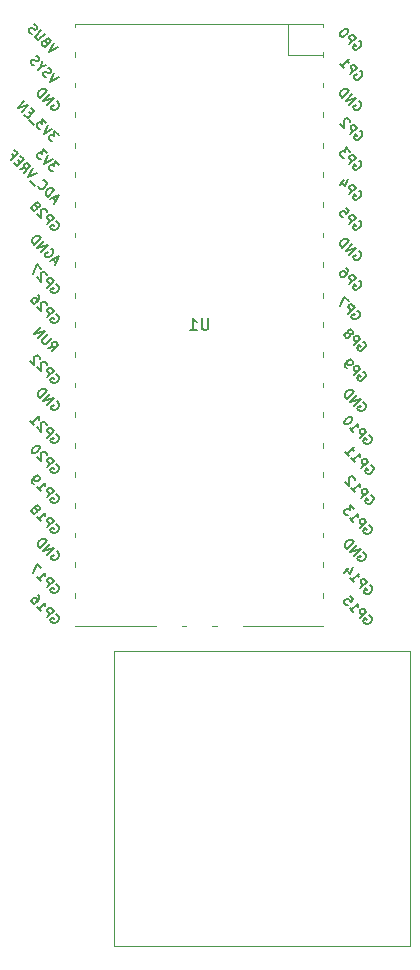
<source format=gbr>
%TF.GenerationSoftware,KiCad,Pcbnew,7.0.10+dfsg-1*%
%TF.CreationDate,2024-02-08T12:56:13+01:00*%
%TF.ProjectId,chibi_v2,63686962-695f-4763-922e-6b696361645f,rev?*%
%TF.SameCoordinates,Original*%
%TF.FileFunction,Legend,Bot*%
%TF.FilePolarity,Positive*%
%FSLAX46Y46*%
G04 Gerber Fmt 4.6, Leading zero omitted, Abs format (unit mm)*
G04 Created by KiCad (PCBNEW 7.0.10+dfsg-1) date 2024-02-08 12:56:13*
%MOMM*%
%LPD*%
G01*
G04 APERTURE LIST*
%ADD10C,0.150000*%
%ADD11C,0.100000*%
%ADD12C,0.120000*%
G04 APERTURE END LIST*
D10*
X123071904Y-73029819D02*
X123071904Y-73839342D01*
X123071904Y-73839342D02*
X123024285Y-73934580D01*
X123024285Y-73934580D02*
X122976666Y-73982200D01*
X122976666Y-73982200D02*
X122881428Y-74029819D01*
X122881428Y-74029819D02*
X122690952Y-74029819D01*
X122690952Y-74029819D02*
X122595714Y-73982200D01*
X122595714Y-73982200D02*
X122548095Y-73934580D01*
X122548095Y-73934580D02*
X122500476Y-73839342D01*
X122500476Y-73839342D02*
X122500476Y-73029819D01*
X121500476Y-74029819D02*
X122071904Y-74029819D01*
X121786190Y-74029819D02*
X121786190Y-73029819D01*
X121786190Y-73029819D02*
X121881428Y-73172676D01*
X121881428Y-73172676D02*
X121976666Y-73267914D01*
X121976666Y-73267914D02*
X122071904Y-73315533D01*
X135796627Y-49566494D02*
X135877439Y-49593431D01*
X135877439Y-49593431D02*
X135958251Y-49674243D01*
X135958251Y-49674243D02*
X136012126Y-49781993D01*
X136012126Y-49781993D02*
X136012126Y-49889742D01*
X136012126Y-49889742D02*
X135985189Y-49970555D01*
X135985189Y-49970555D02*
X135904376Y-50105242D01*
X135904376Y-50105242D02*
X135823564Y-50186054D01*
X135823564Y-50186054D02*
X135688877Y-50266866D01*
X135688877Y-50266866D02*
X135608065Y-50293803D01*
X135608065Y-50293803D02*
X135500315Y-50293803D01*
X135500315Y-50293803D02*
X135392566Y-50239929D01*
X135392566Y-50239929D02*
X135338691Y-50186054D01*
X135338691Y-50186054D02*
X135284816Y-50078304D01*
X135284816Y-50078304D02*
X135284816Y-50024429D01*
X135284816Y-50024429D02*
X135473378Y-49835868D01*
X135473378Y-49835868D02*
X135581128Y-49943617D01*
X134988505Y-49835868D02*
X135554190Y-49270182D01*
X135554190Y-49270182D02*
X135338691Y-49054683D01*
X135338691Y-49054683D02*
X135257879Y-49027746D01*
X135257879Y-49027746D02*
X135204004Y-49027746D01*
X135204004Y-49027746D02*
X135123192Y-49054683D01*
X135123192Y-49054683D02*
X135042380Y-49135495D01*
X135042380Y-49135495D02*
X135015442Y-49216307D01*
X135015442Y-49216307D02*
X135015442Y-49270182D01*
X135015442Y-49270182D02*
X135042380Y-49350994D01*
X135042380Y-49350994D02*
X135257879Y-49566494D01*
X134880755Y-48596747D02*
X134826880Y-48542872D01*
X134826880Y-48542872D02*
X134746068Y-48515935D01*
X134746068Y-48515935D02*
X134692193Y-48515935D01*
X134692193Y-48515935D02*
X134611381Y-48542872D01*
X134611381Y-48542872D02*
X134476694Y-48623685D01*
X134476694Y-48623685D02*
X134342007Y-48758372D01*
X134342007Y-48758372D02*
X134261195Y-48893059D01*
X134261195Y-48893059D02*
X134234258Y-48973871D01*
X134234258Y-48973871D02*
X134234258Y-49027746D01*
X134234258Y-49027746D02*
X134261195Y-49108558D01*
X134261195Y-49108558D02*
X134315070Y-49162433D01*
X134315070Y-49162433D02*
X134395882Y-49189370D01*
X134395882Y-49189370D02*
X134449757Y-49189370D01*
X134449757Y-49189370D02*
X134530569Y-49162433D01*
X134530569Y-49162433D02*
X134665256Y-49081620D01*
X134665256Y-49081620D02*
X134799943Y-48946933D01*
X134799943Y-48946933D02*
X134880755Y-48812246D01*
X134880755Y-48812246D02*
X134907693Y-48731434D01*
X134907693Y-48731434D02*
X134907693Y-48677559D01*
X134907693Y-48677559D02*
X134880755Y-48596747D01*
X135796627Y-64806494D02*
X135877439Y-64833431D01*
X135877439Y-64833431D02*
X135958251Y-64914243D01*
X135958251Y-64914243D02*
X136012126Y-65021993D01*
X136012126Y-65021993D02*
X136012126Y-65129742D01*
X136012126Y-65129742D02*
X135985189Y-65210555D01*
X135985189Y-65210555D02*
X135904376Y-65345242D01*
X135904376Y-65345242D02*
X135823564Y-65426054D01*
X135823564Y-65426054D02*
X135688877Y-65506866D01*
X135688877Y-65506866D02*
X135608065Y-65533803D01*
X135608065Y-65533803D02*
X135500315Y-65533803D01*
X135500315Y-65533803D02*
X135392566Y-65479929D01*
X135392566Y-65479929D02*
X135338691Y-65426054D01*
X135338691Y-65426054D02*
X135284816Y-65318304D01*
X135284816Y-65318304D02*
X135284816Y-65264429D01*
X135284816Y-65264429D02*
X135473378Y-65075868D01*
X135473378Y-65075868D02*
X135581128Y-65183617D01*
X134988505Y-65075868D02*
X135554190Y-64510182D01*
X135554190Y-64510182D02*
X135338691Y-64294683D01*
X135338691Y-64294683D02*
X135257879Y-64267746D01*
X135257879Y-64267746D02*
X135204004Y-64267746D01*
X135204004Y-64267746D02*
X135123192Y-64294683D01*
X135123192Y-64294683D02*
X135042380Y-64375495D01*
X135042380Y-64375495D02*
X135015442Y-64456307D01*
X135015442Y-64456307D02*
X135015442Y-64510182D01*
X135015442Y-64510182D02*
X135042380Y-64590994D01*
X135042380Y-64590994D02*
X135257879Y-64806494D01*
X134719131Y-63675123D02*
X134988505Y-63944497D01*
X134988505Y-63944497D02*
X134746068Y-64240808D01*
X134746068Y-64240808D02*
X134746068Y-64186933D01*
X134746068Y-64186933D02*
X134719131Y-64106121D01*
X134719131Y-64106121D02*
X134584444Y-63971434D01*
X134584444Y-63971434D02*
X134503632Y-63944497D01*
X134503632Y-63944497D02*
X134449757Y-63944497D01*
X134449757Y-63944497D02*
X134368945Y-63971434D01*
X134368945Y-63971434D02*
X134234258Y-64106121D01*
X134234258Y-64106121D02*
X134207320Y-64186933D01*
X134207320Y-64186933D02*
X134207320Y-64240808D01*
X134207320Y-64240808D02*
X134234258Y-64321620D01*
X134234258Y-64321620D02*
X134368945Y-64456307D01*
X134368945Y-64456307D02*
X134449757Y-64483245D01*
X134449757Y-64483245D02*
X134503632Y-64483245D01*
X135696627Y-72396494D02*
X135777439Y-72423431D01*
X135777439Y-72423431D02*
X135858251Y-72504243D01*
X135858251Y-72504243D02*
X135912126Y-72611993D01*
X135912126Y-72611993D02*
X135912126Y-72719742D01*
X135912126Y-72719742D02*
X135885189Y-72800555D01*
X135885189Y-72800555D02*
X135804376Y-72935242D01*
X135804376Y-72935242D02*
X135723564Y-73016054D01*
X135723564Y-73016054D02*
X135588877Y-73096866D01*
X135588877Y-73096866D02*
X135508065Y-73123803D01*
X135508065Y-73123803D02*
X135400315Y-73123803D01*
X135400315Y-73123803D02*
X135292566Y-73069929D01*
X135292566Y-73069929D02*
X135238691Y-73016054D01*
X135238691Y-73016054D02*
X135184816Y-72908304D01*
X135184816Y-72908304D02*
X135184816Y-72854429D01*
X135184816Y-72854429D02*
X135373378Y-72665868D01*
X135373378Y-72665868D02*
X135481128Y-72773617D01*
X134888505Y-72665868D02*
X135454190Y-72100182D01*
X135454190Y-72100182D02*
X135238691Y-71884683D01*
X135238691Y-71884683D02*
X135157879Y-71857746D01*
X135157879Y-71857746D02*
X135104004Y-71857746D01*
X135104004Y-71857746D02*
X135023192Y-71884683D01*
X135023192Y-71884683D02*
X134942380Y-71965495D01*
X134942380Y-71965495D02*
X134915442Y-72046307D01*
X134915442Y-72046307D02*
X134915442Y-72100182D01*
X134915442Y-72100182D02*
X134942380Y-72180994D01*
X134942380Y-72180994D02*
X135157879Y-72396494D01*
X134942380Y-71588372D02*
X134565256Y-71211248D01*
X134565256Y-71211248D02*
X134242007Y-72019370D01*
X110212001Y-64821868D02*
X110292814Y-64848805D01*
X110292814Y-64848805D02*
X110373626Y-64929618D01*
X110373626Y-64929618D02*
X110427501Y-65037367D01*
X110427501Y-65037367D02*
X110427501Y-65145117D01*
X110427501Y-65145117D02*
X110400563Y-65225929D01*
X110400563Y-65225929D02*
X110319751Y-65360616D01*
X110319751Y-65360616D02*
X110238939Y-65441428D01*
X110238939Y-65441428D02*
X110104252Y-65522241D01*
X110104252Y-65522241D02*
X110023439Y-65549178D01*
X110023439Y-65549178D02*
X109915690Y-65549178D01*
X109915690Y-65549178D02*
X109807940Y-65495303D01*
X109807940Y-65495303D02*
X109754065Y-65441428D01*
X109754065Y-65441428D02*
X109700191Y-65333679D01*
X109700191Y-65333679D02*
X109700191Y-65279804D01*
X109700191Y-65279804D02*
X109888752Y-65091242D01*
X109888752Y-65091242D02*
X109996502Y-65198992D01*
X109403879Y-65091242D02*
X109969565Y-64525557D01*
X109969565Y-64525557D02*
X109754065Y-64310057D01*
X109754065Y-64310057D02*
X109673253Y-64283120D01*
X109673253Y-64283120D02*
X109619378Y-64283120D01*
X109619378Y-64283120D02*
X109538566Y-64310057D01*
X109538566Y-64310057D02*
X109457754Y-64390870D01*
X109457754Y-64390870D02*
X109430817Y-64471682D01*
X109430817Y-64471682D02*
X109430817Y-64525557D01*
X109430817Y-64525557D02*
X109457754Y-64606369D01*
X109457754Y-64606369D02*
X109673253Y-64821868D01*
X109376942Y-64040683D02*
X109376942Y-63986809D01*
X109376942Y-63986809D02*
X109350004Y-63905996D01*
X109350004Y-63905996D02*
X109215317Y-63771309D01*
X109215317Y-63771309D02*
X109134505Y-63744372D01*
X109134505Y-63744372D02*
X109080630Y-63744372D01*
X109080630Y-63744372D02*
X108999818Y-63771309D01*
X108999818Y-63771309D02*
X108945943Y-63825184D01*
X108945943Y-63825184D02*
X108892069Y-63932934D01*
X108892069Y-63932934D02*
X108892069Y-64579431D01*
X108892069Y-64579431D02*
X108541882Y-64229245D01*
X108541882Y-63582747D02*
X108622694Y-63609685D01*
X108622694Y-63609685D02*
X108676569Y-63609685D01*
X108676569Y-63609685D02*
X108757381Y-63582747D01*
X108757381Y-63582747D02*
X108784319Y-63555810D01*
X108784319Y-63555810D02*
X108811256Y-63474998D01*
X108811256Y-63474998D02*
X108811256Y-63421123D01*
X108811256Y-63421123D02*
X108784319Y-63340311D01*
X108784319Y-63340311D02*
X108676569Y-63232561D01*
X108676569Y-63232561D02*
X108595757Y-63205624D01*
X108595757Y-63205624D02*
X108541882Y-63205624D01*
X108541882Y-63205624D02*
X108461070Y-63232561D01*
X108461070Y-63232561D02*
X108434133Y-63259499D01*
X108434133Y-63259499D02*
X108407195Y-63340311D01*
X108407195Y-63340311D02*
X108407195Y-63394186D01*
X108407195Y-63394186D02*
X108434133Y-63474998D01*
X108434133Y-63474998D02*
X108541882Y-63582747D01*
X108541882Y-63582747D02*
X108568820Y-63663560D01*
X108568820Y-63663560D02*
X108568820Y-63717434D01*
X108568820Y-63717434D02*
X108541882Y-63798247D01*
X108541882Y-63798247D02*
X108434133Y-63905996D01*
X108434133Y-63905996D02*
X108353320Y-63932934D01*
X108353320Y-63932934D02*
X108299446Y-63932934D01*
X108299446Y-63932934D02*
X108218633Y-63905996D01*
X108218633Y-63905996D02*
X108110884Y-63798247D01*
X108110884Y-63798247D02*
X108083946Y-63717434D01*
X108083946Y-63717434D02*
X108083946Y-63663560D01*
X108083946Y-63663560D02*
X108110884Y-63582747D01*
X108110884Y-63582747D02*
X108218633Y-63474998D01*
X108218633Y-63474998D02*
X108299446Y-63448060D01*
X108299446Y-63448060D02*
X108353320Y-63448060D01*
X108353320Y-63448060D02*
X108434133Y-63474998D01*
X135823564Y-67373431D02*
X135904376Y-67400368D01*
X135904376Y-67400368D02*
X135985188Y-67481180D01*
X135985188Y-67481180D02*
X136039063Y-67588930D01*
X136039063Y-67588930D02*
X136039063Y-67696680D01*
X136039063Y-67696680D02*
X136012126Y-67777492D01*
X136012126Y-67777492D02*
X135931314Y-67912179D01*
X135931314Y-67912179D02*
X135850501Y-67992991D01*
X135850501Y-67992991D02*
X135715814Y-68073803D01*
X135715814Y-68073803D02*
X135635002Y-68100741D01*
X135635002Y-68100741D02*
X135527253Y-68100741D01*
X135527253Y-68100741D02*
X135419503Y-68046866D01*
X135419503Y-68046866D02*
X135365628Y-67992991D01*
X135365628Y-67992991D02*
X135311753Y-67885241D01*
X135311753Y-67885241D02*
X135311753Y-67831367D01*
X135311753Y-67831367D02*
X135500315Y-67642805D01*
X135500315Y-67642805D02*
X135608065Y-67750554D01*
X135015442Y-67642805D02*
X135581127Y-67077119D01*
X135581127Y-67077119D02*
X134692193Y-67319556D01*
X134692193Y-67319556D02*
X135257879Y-66753871D01*
X134422819Y-67050182D02*
X134988505Y-66484497D01*
X134988505Y-66484497D02*
X134853818Y-66349810D01*
X134853818Y-66349810D02*
X134746068Y-66295935D01*
X134746068Y-66295935D02*
X134638319Y-66295935D01*
X134638319Y-66295935D02*
X134557506Y-66322872D01*
X134557506Y-66322872D02*
X134422819Y-66403685D01*
X134422819Y-66403685D02*
X134342007Y-66484497D01*
X134342007Y-66484497D02*
X134261195Y-66619184D01*
X134261195Y-66619184D02*
X134234258Y-66699996D01*
X134234258Y-66699996D02*
X134234258Y-66807746D01*
X134234258Y-66807746D02*
X134288132Y-66915495D01*
X134288132Y-66915495D02*
X134422819Y-67050182D01*
X110212001Y-98095868D02*
X110292814Y-98122805D01*
X110292814Y-98122805D02*
X110373626Y-98203618D01*
X110373626Y-98203618D02*
X110427501Y-98311367D01*
X110427501Y-98311367D02*
X110427501Y-98419117D01*
X110427501Y-98419117D02*
X110400563Y-98499929D01*
X110400563Y-98499929D02*
X110319751Y-98634616D01*
X110319751Y-98634616D02*
X110238939Y-98715428D01*
X110238939Y-98715428D02*
X110104252Y-98796241D01*
X110104252Y-98796241D02*
X110023439Y-98823178D01*
X110023439Y-98823178D02*
X109915690Y-98823178D01*
X109915690Y-98823178D02*
X109807940Y-98769303D01*
X109807940Y-98769303D02*
X109754065Y-98715428D01*
X109754065Y-98715428D02*
X109700191Y-98607679D01*
X109700191Y-98607679D02*
X109700191Y-98553804D01*
X109700191Y-98553804D02*
X109888752Y-98365242D01*
X109888752Y-98365242D02*
X109996502Y-98472992D01*
X109403879Y-98365242D02*
X109969565Y-97799557D01*
X109969565Y-97799557D02*
X109754065Y-97584057D01*
X109754065Y-97584057D02*
X109673253Y-97557120D01*
X109673253Y-97557120D02*
X109619378Y-97557120D01*
X109619378Y-97557120D02*
X109538566Y-97584057D01*
X109538566Y-97584057D02*
X109457754Y-97664870D01*
X109457754Y-97664870D02*
X109430817Y-97745682D01*
X109430817Y-97745682D02*
X109430817Y-97799557D01*
X109430817Y-97799557D02*
X109457754Y-97880369D01*
X109457754Y-97880369D02*
X109673253Y-98095868D01*
X108541882Y-97503245D02*
X108865131Y-97826494D01*
X108703507Y-97664870D02*
X109269192Y-97099184D01*
X109269192Y-97099184D02*
X109242255Y-97233871D01*
X109242255Y-97233871D02*
X109242255Y-97341621D01*
X109242255Y-97341621D02*
X109269192Y-97422433D01*
X108622694Y-96452686D02*
X108730444Y-96560436D01*
X108730444Y-96560436D02*
X108757381Y-96641248D01*
X108757381Y-96641248D02*
X108757381Y-96695123D01*
X108757381Y-96695123D02*
X108730444Y-96829810D01*
X108730444Y-96829810D02*
X108649632Y-96964497D01*
X108649632Y-96964497D02*
X108434133Y-97179996D01*
X108434133Y-97179996D02*
X108353320Y-97206934D01*
X108353320Y-97206934D02*
X108299446Y-97206934D01*
X108299446Y-97206934D02*
X108218633Y-97179996D01*
X108218633Y-97179996D02*
X108110884Y-97072247D01*
X108110884Y-97072247D02*
X108083946Y-96991434D01*
X108083946Y-96991434D02*
X108083946Y-96937560D01*
X108083946Y-96937560D02*
X108110884Y-96856747D01*
X108110884Y-96856747D02*
X108245571Y-96722060D01*
X108245571Y-96722060D02*
X108326383Y-96695123D01*
X108326383Y-96695123D02*
X108380258Y-96695123D01*
X108380258Y-96695123D02*
X108461070Y-96722060D01*
X108461070Y-96722060D02*
X108568820Y-96829810D01*
X108568820Y-96829810D02*
X108595757Y-96910622D01*
X108595757Y-96910622D02*
X108595757Y-96964497D01*
X108595757Y-96964497D02*
X108568820Y-97045309D01*
X110158126Y-68316240D02*
X109888752Y-68046866D01*
X110050376Y-68531739D02*
X110427500Y-67777492D01*
X110427500Y-67777492D02*
X109673253Y-68154615D01*
X109727128Y-67130994D02*
X109807940Y-67157932D01*
X109807940Y-67157932D02*
X109888752Y-67238744D01*
X109888752Y-67238744D02*
X109942627Y-67346494D01*
X109942627Y-67346494D02*
X109942627Y-67454243D01*
X109942627Y-67454243D02*
X109915689Y-67535055D01*
X109915689Y-67535055D02*
X109834877Y-67669742D01*
X109834877Y-67669742D02*
X109754065Y-67750555D01*
X109754065Y-67750555D02*
X109619378Y-67831367D01*
X109619378Y-67831367D02*
X109538566Y-67858304D01*
X109538566Y-67858304D02*
X109430816Y-67858304D01*
X109430816Y-67858304D02*
X109323067Y-67804429D01*
X109323067Y-67804429D02*
X109269192Y-67750555D01*
X109269192Y-67750555D02*
X109215317Y-67642805D01*
X109215317Y-67642805D02*
X109215317Y-67588930D01*
X109215317Y-67588930D02*
X109403879Y-67400368D01*
X109403879Y-67400368D02*
X109511628Y-67508118D01*
X108919006Y-67400368D02*
X109484691Y-66834683D01*
X109484691Y-66834683D02*
X108595757Y-67077120D01*
X108595757Y-67077120D02*
X109161442Y-66511434D01*
X108326383Y-66807746D02*
X108892068Y-66242060D01*
X108892068Y-66242060D02*
X108757381Y-66107373D01*
X108757381Y-66107373D02*
X108649632Y-66053498D01*
X108649632Y-66053498D02*
X108541882Y-66053498D01*
X108541882Y-66053498D02*
X108461070Y-66080436D01*
X108461070Y-66080436D02*
X108326383Y-66161248D01*
X108326383Y-66161248D02*
X108245571Y-66242060D01*
X108245571Y-66242060D02*
X108164758Y-66376747D01*
X108164758Y-66376747D02*
X108137821Y-66457560D01*
X108137821Y-66457560D02*
X108137821Y-66565309D01*
X108137821Y-66565309D02*
X108191696Y-66673059D01*
X108191696Y-66673059D02*
X108326383Y-66807746D01*
X110212001Y-72695868D02*
X110292814Y-72722805D01*
X110292814Y-72722805D02*
X110373626Y-72803618D01*
X110373626Y-72803618D02*
X110427501Y-72911367D01*
X110427501Y-72911367D02*
X110427501Y-73019117D01*
X110427501Y-73019117D02*
X110400563Y-73099929D01*
X110400563Y-73099929D02*
X110319751Y-73234616D01*
X110319751Y-73234616D02*
X110238939Y-73315428D01*
X110238939Y-73315428D02*
X110104252Y-73396241D01*
X110104252Y-73396241D02*
X110023439Y-73423178D01*
X110023439Y-73423178D02*
X109915690Y-73423178D01*
X109915690Y-73423178D02*
X109807940Y-73369303D01*
X109807940Y-73369303D02*
X109754065Y-73315428D01*
X109754065Y-73315428D02*
X109700191Y-73207679D01*
X109700191Y-73207679D02*
X109700191Y-73153804D01*
X109700191Y-73153804D02*
X109888752Y-72965242D01*
X109888752Y-72965242D02*
X109996502Y-73072992D01*
X109403879Y-72965242D02*
X109969565Y-72399557D01*
X109969565Y-72399557D02*
X109754065Y-72184057D01*
X109754065Y-72184057D02*
X109673253Y-72157120D01*
X109673253Y-72157120D02*
X109619378Y-72157120D01*
X109619378Y-72157120D02*
X109538566Y-72184057D01*
X109538566Y-72184057D02*
X109457754Y-72264870D01*
X109457754Y-72264870D02*
X109430817Y-72345682D01*
X109430817Y-72345682D02*
X109430817Y-72399557D01*
X109430817Y-72399557D02*
X109457754Y-72480369D01*
X109457754Y-72480369D02*
X109673253Y-72695868D01*
X109376942Y-71914683D02*
X109376942Y-71860809D01*
X109376942Y-71860809D02*
X109350004Y-71779996D01*
X109350004Y-71779996D02*
X109215317Y-71645309D01*
X109215317Y-71645309D02*
X109134505Y-71618372D01*
X109134505Y-71618372D02*
X109080630Y-71618372D01*
X109080630Y-71618372D02*
X108999818Y-71645309D01*
X108999818Y-71645309D02*
X108945943Y-71699184D01*
X108945943Y-71699184D02*
X108892069Y-71806934D01*
X108892069Y-71806934D02*
X108892069Y-72453431D01*
X108892069Y-72453431D02*
X108541882Y-72103245D01*
X108622694Y-71052686D02*
X108730444Y-71160436D01*
X108730444Y-71160436D02*
X108757381Y-71241248D01*
X108757381Y-71241248D02*
X108757381Y-71295123D01*
X108757381Y-71295123D02*
X108730444Y-71429810D01*
X108730444Y-71429810D02*
X108649632Y-71564497D01*
X108649632Y-71564497D02*
X108434133Y-71779996D01*
X108434133Y-71779996D02*
X108353320Y-71806934D01*
X108353320Y-71806934D02*
X108299446Y-71806934D01*
X108299446Y-71806934D02*
X108218633Y-71779996D01*
X108218633Y-71779996D02*
X108110884Y-71672247D01*
X108110884Y-71672247D02*
X108083946Y-71591434D01*
X108083946Y-71591434D02*
X108083946Y-71537560D01*
X108083946Y-71537560D02*
X108110884Y-71456747D01*
X108110884Y-71456747D02*
X108245571Y-71322060D01*
X108245571Y-71322060D02*
X108326383Y-71295123D01*
X108326383Y-71295123D02*
X108380258Y-71295123D01*
X108380258Y-71295123D02*
X108461070Y-71322060D01*
X108461070Y-71322060D02*
X108568820Y-71429810D01*
X108568820Y-71429810D02*
X108595757Y-71510622D01*
X108595757Y-71510622D02*
X108595757Y-71564497D01*
X108595757Y-71564497D02*
X108568820Y-71645309D01*
X110212001Y-90475868D02*
X110292814Y-90502805D01*
X110292814Y-90502805D02*
X110373626Y-90583618D01*
X110373626Y-90583618D02*
X110427501Y-90691367D01*
X110427501Y-90691367D02*
X110427501Y-90799117D01*
X110427501Y-90799117D02*
X110400563Y-90879929D01*
X110400563Y-90879929D02*
X110319751Y-91014616D01*
X110319751Y-91014616D02*
X110238939Y-91095428D01*
X110238939Y-91095428D02*
X110104252Y-91176241D01*
X110104252Y-91176241D02*
X110023439Y-91203178D01*
X110023439Y-91203178D02*
X109915690Y-91203178D01*
X109915690Y-91203178D02*
X109807940Y-91149303D01*
X109807940Y-91149303D02*
X109754065Y-91095428D01*
X109754065Y-91095428D02*
X109700191Y-90987679D01*
X109700191Y-90987679D02*
X109700191Y-90933804D01*
X109700191Y-90933804D02*
X109888752Y-90745242D01*
X109888752Y-90745242D02*
X109996502Y-90852992D01*
X109403879Y-90745242D02*
X109969565Y-90179557D01*
X109969565Y-90179557D02*
X109754065Y-89964057D01*
X109754065Y-89964057D02*
X109673253Y-89937120D01*
X109673253Y-89937120D02*
X109619378Y-89937120D01*
X109619378Y-89937120D02*
X109538566Y-89964057D01*
X109538566Y-89964057D02*
X109457754Y-90044870D01*
X109457754Y-90044870D02*
X109430817Y-90125682D01*
X109430817Y-90125682D02*
X109430817Y-90179557D01*
X109430817Y-90179557D02*
X109457754Y-90260369D01*
X109457754Y-90260369D02*
X109673253Y-90475868D01*
X108541882Y-89883245D02*
X108865131Y-90206494D01*
X108703507Y-90044870D02*
X109269192Y-89479184D01*
X109269192Y-89479184D02*
X109242255Y-89613871D01*
X109242255Y-89613871D02*
X109242255Y-89721621D01*
X109242255Y-89721621D02*
X109269192Y-89802433D01*
X108541882Y-89236747D02*
X108622694Y-89263685D01*
X108622694Y-89263685D02*
X108676569Y-89263685D01*
X108676569Y-89263685D02*
X108757381Y-89236747D01*
X108757381Y-89236747D02*
X108784319Y-89209810D01*
X108784319Y-89209810D02*
X108811256Y-89128998D01*
X108811256Y-89128998D02*
X108811256Y-89075123D01*
X108811256Y-89075123D02*
X108784319Y-88994311D01*
X108784319Y-88994311D02*
X108676569Y-88886561D01*
X108676569Y-88886561D02*
X108595757Y-88859624D01*
X108595757Y-88859624D02*
X108541882Y-88859624D01*
X108541882Y-88859624D02*
X108461070Y-88886561D01*
X108461070Y-88886561D02*
X108434133Y-88913499D01*
X108434133Y-88913499D02*
X108407195Y-88994311D01*
X108407195Y-88994311D02*
X108407195Y-89048186D01*
X108407195Y-89048186D02*
X108434133Y-89128998D01*
X108434133Y-89128998D02*
X108541882Y-89236747D01*
X108541882Y-89236747D02*
X108568820Y-89317560D01*
X108568820Y-89317560D02*
X108568820Y-89371434D01*
X108568820Y-89371434D02*
X108541882Y-89452247D01*
X108541882Y-89452247D02*
X108434133Y-89559996D01*
X108434133Y-89559996D02*
X108353320Y-89586934D01*
X108353320Y-89586934D02*
X108299446Y-89586934D01*
X108299446Y-89586934D02*
X108218633Y-89559996D01*
X108218633Y-89559996D02*
X108110884Y-89452247D01*
X108110884Y-89452247D02*
X108083946Y-89371434D01*
X108083946Y-89371434D02*
X108083946Y-89317560D01*
X108083946Y-89317560D02*
X108110884Y-89236747D01*
X108110884Y-89236747D02*
X108218633Y-89128998D01*
X108218633Y-89128998D02*
X108299446Y-89102060D01*
X108299446Y-89102060D02*
X108353320Y-89102060D01*
X108353320Y-89102060D02*
X108434133Y-89128998D01*
X136846001Y-88020868D02*
X136926814Y-88047805D01*
X136926814Y-88047805D02*
X137007626Y-88128618D01*
X137007626Y-88128618D02*
X137061501Y-88236367D01*
X137061501Y-88236367D02*
X137061501Y-88344117D01*
X137061501Y-88344117D02*
X137034563Y-88424929D01*
X137034563Y-88424929D02*
X136953751Y-88559616D01*
X136953751Y-88559616D02*
X136872939Y-88640428D01*
X136872939Y-88640428D02*
X136738252Y-88721241D01*
X136738252Y-88721241D02*
X136657439Y-88748178D01*
X136657439Y-88748178D02*
X136549690Y-88748178D01*
X136549690Y-88748178D02*
X136441940Y-88694303D01*
X136441940Y-88694303D02*
X136388065Y-88640428D01*
X136388065Y-88640428D02*
X136334191Y-88532679D01*
X136334191Y-88532679D02*
X136334191Y-88478804D01*
X136334191Y-88478804D02*
X136522752Y-88290242D01*
X136522752Y-88290242D02*
X136630502Y-88397992D01*
X136037879Y-88290242D02*
X136603565Y-87724557D01*
X136603565Y-87724557D02*
X136388065Y-87509057D01*
X136388065Y-87509057D02*
X136307253Y-87482120D01*
X136307253Y-87482120D02*
X136253378Y-87482120D01*
X136253378Y-87482120D02*
X136172566Y-87509057D01*
X136172566Y-87509057D02*
X136091754Y-87589870D01*
X136091754Y-87589870D02*
X136064817Y-87670682D01*
X136064817Y-87670682D02*
X136064817Y-87724557D01*
X136064817Y-87724557D02*
X136091754Y-87805369D01*
X136091754Y-87805369D02*
X136307253Y-88020868D01*
X135175882Y-87428245D02*
X135499131Y-87751494D01*
X135337507Y-87589870D02*
X135903192Y-87024184D01*
X135903192Y-87024184D02*
X135876255Y-87158871D01*
X135876255Y-87158871D02*
X135876255Y-87266621D01*
X135876255Y-87266621D02*
X135903192Y-87347433D01*
X135472194Y-86700935D02*
X135472194Y-86647060D01*
X135472194Y-86647060D02*
X135445256Y-86566248D01*
X135445256Y-86566248D02*
X135310569Y-86431561D01*
X135310569Y-86431561D02*
X135229757Y-86404624D01*
X135229757Y-86404624D02*
X135175882Y-86404624D01*
X135175882Y-86404624D02*
X135095070Y-86431561D01*
X135095070Y-86431561D02*
X135041195Y-86485436D01*
X135041195Y-86485436D02*
X134987320Y-86593186D01*
X134987320Y-86593186D02*
X134987320Y-87239683D01*
X134987320Y-87239683D02*
X134637134Y-86889497D01*
X135796627Y-59726494D02*
X135877439Y-59753431D01*
X135877439Y-59753431D02*
X135958251Y-59834243D01*
X135958251Y-59834243D02*
X136012126Y-59941993D01*
X136012126Y-59941993D02*
X136012126Y-60049742D01*
X136012126Y-60049742D02*
X135985189Y-60130555D01*
X135985189Y-60130555D02*
X135904376Y-60265242D01*
X135904376Y-60265242D02*
X135823564Y-60346054D01*
X135823564Y-60346054D02*
X135688877Y-60426866D01*
X135688877Y-60426866D02*
X135608065Y-60453803D01*
X135608065Y-60453803D02*
X135500315Y-60453803D01*
X135500315Y-60453803D02*
X135392566Y-60399929D01*
X135392566Y-60399929D02*
X135338691Y-60346054D01*
X135338691Y-60346054D02*
X135284816Y-60238304D01*
X135284816Y-60238304D02*
X135284816Y-60184429D01*
X135284816Y-60184429D02*
X135473378Y-59995868D01*
X135473378Y-59995868D02*
X135581128Y-60103617D01*
X134988505Y-59995868D02*
X135554190Y-59430182D01*
X135554190Y-59430182D02*
X135338691Y-59214683D01*
X135338691Y-59214683D02*
X135257879Y-59187746D01*
X135257879Y-59187746D02*
X135204004Y-59187746D01*
X135204004Y-59187746D02*
X135123192Y-59214683D01*
X135123192Y-59214683D02*
X135042380Y-59295495D01*
X135042380Y-59295495D02*
X135015442Y-59376307D01*
X135015442Y-59376307D02*
X135015442Y-59430182D01*
X135015442Y-59430182D02*
X135042380Y-59510994D01*
X135042380Y-59510994D02*
X135257879Y-59726494D01*
X135042380Y-58918372D02*
X134692193Y-58568185D01*
X134692193Y-58568185D02*
X134665256Y-58972246D01*
X134665256Y-58972246D02*
X134584444Y-58891434D01*
X134584444Y-58891434D02*
X134503632Y-58864497D01*
X134503632Y-58864497D02*
X134449757Y-58864497D01*
X134449757Y-58864497D02*
X134368945Y-58891434D01*
X134368945Y-58891434D02*
X134234258Y-59026121D01*
X134234258Y-59026121D02*
X134207320Y-59106933D01*
X134207320Y-59106933D02*
X134207320Y-59160808D01*
X134207320Y-59160808D02*
X134234258Y-59241620D01*
X134234258Y-59241620D02*
X134395882Y-59403245D01*
X134395882Y-59403245D02*
X134476694Y-59430182D01*
X134476694Y-59430182D02*
X134530569Y-59430182D01*
X135796627Y-62266494D02*
X135877439Y-62293431D01*
X135877439Y-62293431D02*
X135958251Y-62374243D01*
X135958251Y-62374243D02*
X136012126Y-62481993D01*
X136012126Y-62481993D02*
X136012126Y-62589742D01*
X136012126Y-62589742D02*
X135985189Y-62670555D01*
X135985189Y-62670555D02*
X135904376Y-62805242D01*
X135904376Y-62805242D02*
X135823564Y-62886054D01*
X135823564Y-62886054D02*
X135688877Y-62966866D01*
X135688877Y-62966866D02*
X135608065Y-62993803D01*
X135608065Y-62993803D02*
X135500315Y-62993803D01*
X135500315Y-62993803D02*
X135392566Y-62939929D01*
X135392566Y-62939929D02*
X135338691Y-62886054D01*
X135338691Y-62886054D02*
X135284816Y-62778304D01*
X135284816Y-62778304D02*
X135284816Y-62724429D01*
X135284816Y-62724429D02*
X135473378Y-62535868D01*
X135473378Y-62535868D02*
X135581128Y-62643617D01*
X134988505Y-62535868D02*
X135554190Y-61970182D01*
X135554190Y-61970182D02*
X135338691Y-61754683D01*
X135338691Y-61754683D02*
X135257879Y-61727746D01*
X135257879Y-61727746D02*
X135204004Y-61727746D01*
X135204004Y-61727746D02*
X135123192Y-61754683D01*
X135123192Y-61754683D02*
X135042380Y-61835495D01*
X135042380Y-61835495D02*
X135015442Y-61916307D01*
X135015442Y-61916307D02*
X135015442Y-61970182D01*
X135015442Y-61970182D02*
X135042380Y-62050994D01*
X135042380Y-62050994D02*
X135257879Y-62266494D01*
X134557506Y-61350622D02*
X134180383Y-61727746D01*
X134907693Y-61269810D02*
X134638319Y-61808558D01*
X134638319Y-61808558D02*
X134288132Y-61458372D01*
X136846001Y-85480868D02*
X136926814Y-85507805D01*
X136926814Y-85507805D02*
X137007626Y-85588618D01*
X137007626Y-85588618D02*
X137061501Y-85696367D01*
X137061501Y-85696367D02*
X137061501Y-85804117D01*
X137061501Y-85804117D02*
X137034563Y-85884929D01*
X137034563Y-85884929D02*
X136953751Y-86019616D01*
X136953751Y-86019616D02*
X136872939Y-86100428D01*
X136872939Y-86100428D02*
X136738252Y-86181241D01*
X136738252Y-86181241D02*
X136657439Y-86208178D01*
X136657439Y-86208178D02*
X136549690Y-86208178D01*
X136549690Y-86208178D02*
X136441940Y-86154303D01*
X136441940Y-86154303D02*
X136388065Y-86100428D01*
X136388065Y-86100428D02*
X136334191Y-85992679D01*
X136334191Y-85992679D02*
X136334191Y-85938804D01*
X136334191Y-85938804D02*
X136522752Y-85750242D01*
X136522752Y-85750242D02*
X136630502Y-85857992D01*
X136037879Y-85750242D02*
X136603565Y-85184557D01*
X136603565Y-85184557D02*
X136388065Y-84969057D01*
X136388065Y-84969057D02*
X136307253Y-84942120D01*
X136307253Y-84942120D02*
X136253378Y-84942120D01*
X136253378Y-84942120D02*
X136172566Y-84969057D01*
X136172566Y-84969057D02*
X136091754Y-85049870D01*
X136091754Y-85049870D02*
X136064817Y-85130682D01*
X136064817Y-85130682D02*
X136064817Y-85184557D01*
X136064817Y-85184557D02*
X136091754Y-85265369D01*
X136091754Y-85265369D02*
X136307253Y-85480868D01*
X135175882Y-84888245D02*
X135499131Y-85211494D01*
X135337507Y-85049870D02*
X135903192Y-84484184D01*
X135903192Y-84484184D02*
X135876255Y-84618871D01*
X135876255Y-84618871D02*
X135876255Y-84726621D01*
X135876255Y-84726621D02*
X135903192Y-84807433D01*
X134637134Y-84349497D02*
X134960383Y-84672746D01*
X134798759Y-84511121D02*
X135364444Y-83945436D01*
X135364444Y-83945436D02*
X135337507Y-84080123D01*
X135337507Y-84080123D02*
X135337507Y-84187873D01*
X135337507Y-84187873D02*
X135364444Y-84268685D01*
X110387592Y-57533584D02*
X110037406Y-57183398D01*
X110037406Y-57183398D02*
X110010468Y-57587459D01*
X110010468Y-57587459D02*
X109929656Y-57506646D01*
X109929656Y-57506646D02*
X109848844Y-57479709D01*
X109848844Y-57479709D02*
X109794969Y-57479709D01*
X109794969Y-57479709D02*
X109714157Y-57506646D01*
X109714157Y-57506646D02*
X109579470Y-57641333D01*
X109579470Y-57641333D02*
X109552532Y-57722146D01*
X109552532Y-57722146D02*
X109552532Y-57776020D01*
X109552532Y-57776020D02*
X109579470Y-57856833D01*
X109579470Y-57856833D02*
X109741094Y-58018457D01*
X109741094Y-58018457D02*
X109821906Y-58045394D01*
X109821906Y-58045394D02*
X109875781Y-58045394D01*
X109875781Y-57021773D02*
X109121534Y-57398897D01*
X109121534Y-57398897D02*
X109498657Y-56644649D01*
X109363971Y-56509963D02*
X109013784Y-56159776D01*
X109013784Y-56159776D02*
X108986847Y-56563837D01*
X108986847Y-56563837D02*
X108906035Y-56483025D01*
X108906035Y-56483025D02*
X108825223Y-56456088D01*
X108825223Y-56456088D02*
X108771348Y-56456088D01*
X108771348Y-56456088D02*
X108690535Y-56483025D01*
X108690535Y-56483025D02*
X108555848Y-56617712D01*
X108555848Y-56617712D02*
X108528911Y-56698524D01*
X108528911Y-56698524D02*
X108528911Y-56752399D01*
X108528911Y-56752399D02*
X108555848Y-56833211D01*
X108555848Y-56833211D02*
X108717473Y-56994836D01*
X108717473Y-56994836D02*
X108798285Y-57021773D01*
X108798285Y-57021773D02*
X108852160Y-57021773D01*
X108286474Y-56671587D02*
X107855476Y-56240588D01*
X108070975Y-55755715D02*
X107882413Y-55567153D01*
X107505290Y-55782652D02*
X107774664Y-56052026D01*
X107774664Y-56052026D02*
X108340349Y-55486341D01*
X108340349Y-55486341D02*
X108070975Y-55216967D01*
X107262853Y-55540215D02*
X107828538Y-54974530D01*
X107828538Y-54974530D02*
X106939604Y-55216967D01*
X106939604Y-55216967D02*
X107505289Y-54651281D01*
X110212001Y-87935868D02*
X110292814Y-87962805D01*
X110292814Y-87962805D02*
X110373626Y-88043618D01*
X110373626Y-88043618D02*
X110427501Y-88151367D01*
X110427501Y-88151367D02*
X110427501Y-88259117D01*
X110427501Y-88259117D02*
X110400563Y-88339929D01*
X110400563Y-88339929D02*
X110319751Y-88474616D01*
X110319751Y-88474616D02*
X110238939Y-88555428D01*
X110238939Y-88555428D02*
X110104252Y-88636241D01*
X110104252Y-88636241D02*
X110023439Y-88663178D01*
X110023439Y-88663178D02*
X109915690Y-88663178D01*
X109915690Y-88663178D02*
X109807940Y-88609303D01*
X109807940Y-88609303D02*
X109754065Y-88555428D01*
X109754065Y-88555428D02*
X109700191Y-88447679D01*
X109700191Y-88447679D02*
X109700191Y-88393804D01*
X109700191Y-88393804D02*
X109888752Y-88205242D01*
X109888752Y-88205242D02*
X109996502Y-88312992D01*
X109403879Y-88205242D02*
X109969565Y-87639557D01*
X109969565Y-87639557D02*
X109754065Y-87424057D01*
X109754065Y-87424057D02*
X109673253Y-87397120D01*
X109673253Y-87397120D02*
X109619378Y-87397120D01*
X109619378Y-87397120D02*
X109538566Y-87424057D01*
X109538566Y-87424057D02*
X109457754Y-87504870D01*
X109457754Y-87504870D02*
X109430817Y-87585682D01*
X109430817Y-87585682D02*
X109430817Y-87639557D01*
X109430817Y-87639557D02*
X109457754Y-87720369D01*
X109457754Y-87720369D02*
X109673253Y-87935868D01*
X108541882Y-87343245D02*
X108865131Y-87666494D01*
X108703507Y-87504870D02*
X109269192Y-86939184D01*
X109269192Y-86939184D02*
X109242255Y-87073871D01*
X109242255Y-87073871D02*
X109242255Y-87181621D01*
X109242255Y-87181621D02*
X109269192Y-87262433D01*
X108272508Y-87073871D02*
X108164759Y-86966121D01*
X108164759Y-86966121D02*
X108137821Y-86885309D01*
X108137821Y-86885309D02*
X108137821Y-86831434D01*
X108137821Y-86831434D02*
X108164759Y-86696747D01*
X108164759Y-86696747D02*
X108245571Y-86562060D01*
X108245571Y-86562060D02*
X108461070Y-86346561D01*
X108461070Y-86346561D02*
X108541882Y-86319624D01*
X108541882Y-86319624D02*
X108595757Y-86319624D01*
X108595757Y-86319624D02*
X108676569Y-86346561D01*
X108676569Y-86346561D02*
X108784319Y-86454311D01*
X108784319Y-86454311D02*
X108811256Y-86535123D01*
X108811256Y-86535123D02*
X108811256Y-86588998D01*
X108811256Y-86588998D02*
X108784319Y-86669810D01*
X108784319Y-86669810D02*
X108649632Y-86804497D01*
X108649632Y-86804497D02*
X108568820Y-86831434D01*
X108568820Y-86831434D02*
X108514945Y-86831434D01*
X108514945Y-86831434D02*
X108434133Y-86804497D01*
X108434133Y-86804497D02*
X108326383Y-86696747D01*
X108326383Y-86696747D02*
X108299446Y-86615935D01*
X108299446Y-86615935D02*
X108299446Y-86562060D01*
X108299446Y-86562060D02*
X108326383Y-86481248D01*
X110154935Y-63109049D02*
X109885561Y-62839675D01*
X110047186Y-63324549D02*
X110424309Y-62570301D01*
X110424309Y-62570301D02*
X109670062Y-62947425D01*
X109481500Y-62758863D02*
X110047186Y-62193178D01*
X110047186Y-62193178D02*
X109912499Y-62058491D01*
X109912499Y-62058491D02*
X109804749Y-62004616D01*
X109804749Y-62004616D02*
X109697000Y-62004616D01*
X109697000Y-62004616D02*
X109616187Y-62031553D01*
X109616187Y-62031553D02*
X109481500Y-62112366D01*
X109481500Y-62112366D02*
X109400688Y-62193178D01*
X109400688Y-62193178D02*
X109319876Y-62327865D01*
X109319876Y-62327865D02*
X109292939Y-62408677D01*
X109292939Y-62408677D02*
X109292939Y-62516427D01*
X109292939Y-62516427D02*
X109346813Y-62624176D01*
X109346813Y-62624176D02*
X109481500Y-62758863D01*
X108646441Y-61816054D02*
X108646441Y-61869929D01*
X108646441Y-61869929D02*
X108700316Y-61977679D01*
X108700316Y-61977679D02*
X108754191Y-62031553D01*
X108754191Y-62031553D02*
X108861940Y-62085428D01*
X108861940Y-62085428D02*
X108969690Y-62085428D01*
X108969690Y-62085428D02*
X109050502Y-62058491D01*
X109050502Y-62058491D02*
X109185189Y-61977679D01*
X109185189Y-61977679D02*
X109266001Y-61896866D01*
X109266001Y-61896866D02*
X109346813Y-61762179D01*
X109346813Y-61762179D02*
X109373751Y-61681367D01*
X109373751Y-61681367D02*
X109373751Y-61573618D01*
X109373751Y-61573618D02*
X109319876Y-61465868D01*
X109319876Y-61465868D02*
X109266001Y-61411993D01*
X109266001Y-61411993D02*
X109158252Y-61358118D01*
X109158252Y-61358118D02*
X109104377Y-61358118D01*
X108430942Y-61816054D02*
X107999943Y-61385056D01*
X108565629Y-60711621D02*
X107811381Y-61088744D01*
X107811381Y-61088744D02*
X108188505Y-60334497D01*
X107111009Y-60388372D02*
X107568945Y-60307560D01*
X107434258Y-60711621D02*
X107999943Y-60145935D01*
X107999943Y-60145935D02*
X107784444Y-59930436D01*
X107784444Y-59930436D02*
X107703632Y-59903499D01*
X107703632Y-59903499D02*
X107649757Y-59903499D01*
X107649757Y-59903499D02*
X107568945Y-59930436D01*
X107568945Y-59930436D02*
X107488133Y-60011248D01*
X107488133Y-60011248D02*
X107461195Y-60092061D01*
X107461195Y-60092061D02*
X107461195Y-60145935D01*
X107461195Y-60145935D02*
X107488133Y-60226748D01*
X107488133Y-60226748D02*
X107703632Y-60442247D01*
X107164884Y-59849624D02*
X106976322Y-59661062D01*
X106599199Y-59876561D02*
X106868573Y-60145935D01*
X106868573Y-60145935D02*
X107434258Y-59580250D01*
X107434258Y-59580250D02*
X107164884Y-59310876D01*
X106464511Y-59149251D02*
X106653073Y-59337813D01*
X106356762Y-59634125D02*
X106922447Y-59068439D01*
X106922447Y-59068439D02*
X106653073Y-58799065D01*
X110356593Y-50102585D02*
X109602346Y-50479709D01*
X109602346Y-50479709D02*
X109979470Y-49725462D01*
X109332972Y-49617712D02*
X109225223Y-49563838D01*
X109225223Y-49563838D02*
X109171348Y-49563838D01*
X109171348Y-49563838D02*
X109090536Y-49590775D01*
X109090536Y-49590775D02*
X109009723Y-49671587D01*
X109009723Y-49671587D02*
X108982786Y-49752399D01*
X108982786Y-49752399D02*
X108982786Y-49806274D01*
X108982786Y-49806274D02*
X109009723Y-49887086D01*
X109009723Y-49887086D02*
X109225223Y-50102586D01*
X109225223Y-50102586D02*
X109790908Y-49536900D01*
X109790908Y-49536900D02*
X109602346Y-49348338D01*
X109602346Y-49348338D02*
X109521534Y-49321401D01*
X109521534Y-49321401D02*
X109467659Y-49321401D01*
X109467659Y-49321401D02*
X109386847Y-49348338D01*
X109386847Y-49348338D02*
X109332972Y-49402213D01*
X109332972Y-49402213D02*
X109306035Y-49483025D01*
X109306035Y-49483025D02*
X109306035Y-49536900D01*
X109306035Y-49536900D02*
X109332972Y-49617712D01*
X109332972Y-49617712D02*
X109521534Y-49806274D01*
X109225223Y-48971215D02*
X108767287Y-49429151D01*
X108767287Y-49429151D02*
X108686475Y-49456088D01*
X108686475Y-49456088D02*
X108632600Y-49456088D01*
X108632600Y-49456088D02*
X108551788Y-49429151D01*
X108551788Y-49429151D02*
X108444038Y-49321401D01*
X108444038Y-49321401D02*
X108417101Y-49240589D01*
X108417101Y-49240589D02*
X108417101Y-49186714D01*
X108417101Y-49186714D02*
X108444038Y-49105902D01*
X108444038Y-49105902D02*
X108901974Y-48647966D01*
X108120789Y-48944277D02*
X108013040Y-48890403D01*
X108013040Y-48890403D02*
X107878353Y-48755716D01*
X107878353Y-48755716D02*
X107851415Y-48674903D01*
X107851415Y-48674903D02*
X107851415Y-48621029D01*
X107851415Y-48621029D02*
X107878353Y-48540216D01*
X107878353Y-48540216D02*
X107932228Y-48486342D01*
X107932228Y-48486342D02*
X108013040Y-48459404D01*
X108013040Y-48459404D02*
X108066915Y-48459404D01*
X108066915Y-48459404D02*
X108147727Y-48486342D01*
X108147727Y-48486342D02*
X108282414Y-48567154D01*
X108282414Y-48567154D02*
X108363226Y-48594091D01*
X108363226Y-48594091D02*
X108417101Y-48594091D01*
X108417101Y-48594091D02*
X108497913Y-48567154D01*
X108497913Y-48567154D02*
X108551788Y-48513279D01*
X108551788Y-48513279D02*
X108578725Y-48432467D01*
X108578725Y-48432467D02*
X108578725Y-48378592D01*
X108578725Y-48378592D02*
X108551788Y-48297780D01*
X108551788Y-48297780D02*
X108417101Y-48163093D01*
X108417101Y-48163093D02*
X108309351Y-48109218D01*
X136203564Y-80158431D02*
X136284376Y-80185368D01*
X136284376Y-80185368D02*
X136365188Y-80266180D01*
X136365188Y-80266180D02*
X136419063Y-80373930D01*
X136419063Y-80373930D02*
X136419063Y-80481680D01*
X136419063Y-80481680D02*
X136392126Y-80562492D01*
X136392126Y-80562492D02*
X136311314Y-80697179D01*
X136311314Y-80697179D02*
X136230501Y-80777991D01*
X136230501Y-80777991D02*
X136095814Y-80858803D01*
X136095814Y-80858803D02*
X136015002Y-80885741D01*
X136015002Y-80885741D02*
X135907253Y-80885741D01*
X135907253Y-80885741D02*
X135799503Y-80831866D01*
X135799503Y-80831866D02*
X135745628Y-80777991D01*
X135745628Y-80777991D02*
X135691753Y-80670241D01*
X135691753Y-80670241D02*
X135691753Y-80616367D01*
X135691753Y-80616367D02*
X135880315Y-80427805D01*
X135880315Y-80427805D02*
X135988065Y-80535554D01*
X135395442Y-80427805D02*
X135961127Y-79862119D01*
X135961127Y-79862119D02*
X135072193Y-80104556D01*
X135072193Y-80104556D02*
X135637879Y-79538871D01*
X134802819Y-79835182D02*
X135368505Y-79269497D01*
X135368505Y-79269497D02*
X135233818Y-79134810D01*
X135233818Y-79134810D02*
X135126068Y-79080935D01*
X135126068Y-79080935D02*
X135018319Y-79080935D01*
X135018319Y-79080935D02*
X134937506Y-79107872D01*
X134937506Y-79107872D02*
X134802819Y-79188685D01*
X134802819Y-79188685D02*
X134722007Y-79269497D01*
X134722007Y-79269497D02*
X134641195Y-79404184D01*
X134641195Y-79404184D02*
X134614258Y-79484996D01*
X134614258Y-79484996D02*
X134614258Y-79592746D01*
X134614258Y-79592746D02*
X134668132Y-79700495D01*
X134668132Y-79700495D02*
X134802819Y-79835182D01*
X136176627Y-77591494D02*
X136257439Y-77618431D01*
X136257439Y-77618431D02*
X136338251Y-77699243D01*
X136338251Y-77699243D02*
X136392126Y-77806993D01*
X136392126Y-77806993D02*
X136392126Y-77914742D01*
X136392126Y-77914742D02*
X136365189Y-77995555D01*
X136365189Y-77995555D02*
X136284376Y-78130242D01*
X136284376Y-78130242D02*
X136203564Y-78211054D01*
X136203564Y-78211054D02*
X136068877Y-78291866D01*
X136068877Y-78291866D02*
X135988065Y-78318803D01*
X135988065Y-78318803D02*
X135880315Y-78318803D01*
X135880315Y-78318803D02*
X135772566Y-78264929D01*
X135772566Y-78264929D02*
X135718691Y-78211054D01*
X135718691Y-78211054D02*
X135664816Y-78103304D01*
X135664816Y-78103304D02*
X135664816Y-78049429D01*
X135664816Y-78049429D02*
X135853378Y-77860868D01*
X135853378Y-77860868D02*
X135961128Y-77968617D01*
X135368505Y-77860868D02*
X135934190Y-77295182D01*
X135934190Y-77295182D02*
X135718691Y-77079683D01*
X135718691Y-77079683D02*
X135637879Y-77052746D01*
X135637879Y-77052746D02*
X135584004Y-77052746D01*
X135584004Y-77052746D02*
X135503192Y-77079683D01*
X135503192Y-77079683D02*
X135422380Y-77160495D01*
X135422380Y-77160495D02*
X135395442Y-77241307D01*
X135395442Y-77241307D02*
X135395442Y-77295182D01*
X135395442Y-77295182D02*
X135422380Y-77375994D01*
X135422380Y-77375994D02*
X135637879Y-77591494D01*
X134775882Y-77268245D02*
X134668132Y-77160495D01*
X134668132Y-77160495D02*
X134641195Y-77079683D01*
X134641195Y-77079683D02*
X134641195Y-77025808D01*
X134641195Y-77025808D02*
X134668132Y-76891121D01*
X134668132Y-76891121D02*
X134748945Y-76756434D01*
X134748945Y-76756434D02*
X134964444Y-76540935D01*
X134964444Y-76540935D02*
X135045256Y-76513998D01*
X135045256Y-76513998D02*
X135099131Y-76513998D01*
X135099131Y-76513998D02*
X135179943Y-76540935D01*
X135179943Y-76540935D02*
X135287693Y-76648685D01*
X135287693Y-76648685D02*
X135314630Y-76729497D01*
X135314630Y-76729497D02*
X135314630Y-76783372D01*
X135314630Y-76783372D02*
X135287693Y-76864184D01*
X135287693Y-76864184D02*
X135153006Y-76998871D01*
X135153006Y-76998871D02*
X135072193Y-77025808D01*
X135072193Y-77025808D02*
X135018319Y-77025808D01*
X135018319Y-77025808D02*
X134937506Y-76998871D01*
X134937506Y-76998871D02*
X134829757Y-76891121D01*
X134829757Y-76891121D02*
X134802819Y-76810309D01*
X134802819Y-76810309D02*
X134802819Y-76756434D01*
X134802819Y-76756434D02*
X134829757Y-76675622D01*
X110389250Y-52645242D02*
X109635003Y-53022366D01*
X109635003Y-53022366D02*
X110012126Y-52268118D01*
X109311754Y-52645242D02*
X109204004Y-52591367D01*
X109204004Y-52591367D02*
X109069317Y-52456680D01*
X109069317Y-52456680D02*
X109042380Y-52375868D01*
X109042380Y-52375868D02*
X109042380Y-52321993D01*
X109042380Y-52321993D02*
X109069317Y-52241181D01*
X109069317Y-52241181D02*
X109123192Y-52187306D01*
X109123192Y-52187306D02*
X109204004Y-52160369D01*
X109204004Y-52160369D02*
X109257879Y-52160369D01*
X109257879Y-52160369D02*
X109338691Y-52187306D01*
X109338691Y-52187306D02*
X109473378Y-52268118D01*
X109473378Y-52268118D02*
X109554191Y-52295056D01*
X109554191Y-52295056D02*
X109608065Y-52295056D01*
X109608065Y-52295056D02*
X109688878Y-52268118D01*
X109688878Y-52268118D02*
X109742752Y-52214244D01*
X109742752Y-52214244D02*
X109769690Y-52133431D01*
X109769690Y-52133431D02*
X109769690Y-52079557D01*
X109769690Y-52079557D02*
X109742752Y-51998744D01*
X109742752Y-51998744D02*
X109608065Y-51864057D01*
X109608065Y-51864057D02*
X109500316Y-51810183D01*
X108880755Y-51729370D02*
X108611381Y-51998744D01*
X109365629Y-51621621D02*
X108880755Y-51729370D01*
X108880755Y-51729370D02*
X108988505Y-51244497D01*
X108288133Y-51621621D02*
X108180383Y-51567746D01*
X108180383Y-51567746D02*
X108045696Y-51433059D01*
X108045696Y-51433059D02*
X108018759Y-51352247D01*
X108018759Y-51352247D02*
X108018759Y-51298372D01*
X108018759Y-51298372D02*
X108045696Y-51217560D01*
X108045696Y-51217560D02*
X108099571Y-51163685D01*
X108099571Y-51163685D02*
X108180383Y-51136748D01*
X108180383Y-51136748D02*
X108234258Y-51136748D01*
X108234258Y-51136748D02*
X108315070Y-51163685D01*
X108315070Y-51163685D02*
X108449757Y-51244497D01*
X108449757Y-51244497D02*
X108530569Y-51271435D01*
X108530569Y-51271435D02*
X108584444Y-51271435D01*
X108584444Y-51271435D02*
X108665256Y-51244497D01*
X108665256Y-51244497D02*
X108719131Y-51190622D01*
X108719131Y-51190622D02*
X108746069Y-51109810D01*
X108746069Y-51109810D02*
X108746069Y-51055935D01*
X108746069Y-51055935D02*
X108719131Y-50975123D01*
X108719131Y-50975123D02*
X108584444Y-50840436D01*
X108584444Y-50840436D02*
X108476695Y-50786561D01*
X136176627Y-75051494D02*
X136257439Y-75078431D01*
X136257439Y-75078431D02*
X136338251Y-75159243D01*
X136338251Y-75159243D02*
X136392126Y-75266993D01*
X136392126Y-75266993D02*
X136392126Y-75374742D01*
X136392126Y-75374742D02*
X136365189Y-75455555D01*
X136365189Y-75455555D02*
X136284376Y-75590242D01*
X136284376Y-75590242D02*
X136203564Y-75671054D01*
X136203564Y-75671054D02*
X136068877Y-75751866D01*
X136068877Y-75751866D02*
X135988065Y-75778803D01*
X135988065Y-75778803D02*
X135880315Y-75778803D01*
X135880315Y-75778803D02*
X135772566Y-75724929D01*
X135772566Y-75724929D02*
X135718691Y-75671054D01*
X135718691Y-75671054D02*
X135664816Y-75563304D01*
X135664816Y-75563304D02*
X135664816Y-75509429D01*
X135664816Y-75509429D02*
X135853378Y-75320868D01*
X135853378Y-75320868D02*
X135961128Y-75428617D01*
X135368505Y-75320868D02*
X135934190Y-74755182D01*
X135934190Y-74755182D02*
X135718691Y-74539683D01*
X135718691Y-74539683D02*
X135637879Y-74512746D01*
X135637879Y-74512746D02*
X135584004Y-74512746D01*
X135584004Y-74512746D02*
X135503192Y-74539683D01*
X135503192Y-74539683D02*
X135422380Y-74620495D01*
X135422380Y-74620495D02*
X135395442Y-74701307D01*
X135395442Y-74701307D02*
X135395442Y-74755182D01*
X135395442Y-74755182D02*
X135422380Y-74835994D01*
X135422380Y-74835994D02*
X135637879Y-75051494D01*
X135045256Y-74351121D02*
X135126068Y-74378059D01*
X135126068Y-74378059D02*
X135179943Y-74378059D01*
X135179943Y-74378059D02*
X135260755Y-74351121D01*
X135260755Y-74351121D02*
X135287693Y-74324184D01*
X135287693Y-74324184D02*
X135314630Y-74243372D01*
X135314630Y-74243372D02*
X135314630Y-74189497D01*
X135314630Y-74189497D02*
X135287693Y-74108685D01*
X135287693Y-74108685D02*
X135179943Y-74000935D01*
X135179943Y-74000935D02*
X135099131Y-73973998D01*
X135099131Y-73973998D02*
X135045256Y-73973998D01*
X135045256Y-73973998D02*
X134964444Y-74000935D01*
X134964444Y-74000935D02*
X134937506Y-74027872D01*
X134937506Y-74027872D02*
X134910569Y-74108685D01*
X134910569Y-74108685D02*
X134910569Y-74162559D01*
X134910569Y-74162559D02*
X134937506Y-74243372D01*
X134937506Y-74243372D02*
X135045256Y-74351121D01*
X135045256Y-74351121D02*
X135072193Y-74431933D01*
X135072193Y-74431933D02*
X135072193Y-74485808D01*
X135072193Y-74485808D02*
X135045256Y-74566620D01*
X135045256Y-74566620D02*
X134937506Y-74674370D01*
X134937506Y-74674370D02*
X134856694Y-74701307D01*
X134856694Y-74701307D02*
X134802819Y-74701307D01*
X134802819Y-74701307D02*
X134722007Y-74674370D01*
X134722007Y-74674370D02*
X134614258Y-74566620D01*
X134614258Y-74566620D02*
X134587320Y-74485808D01*
X134587320Y-74485808D02*
X134587320Y-74431933D01*
X134587320Y-74431933D02*
X134614258Y-74351121D01*
X134614258Y-74351121D02*
X134722007Y-74243372D01*
X134722007Y-74243372D02*
X134802819Y-74216434D01*
X134802819Y-74216434D02*
X134856694Y-74216434D01*
X134856694Y-74216434D02*
X134937506Y-74243372D01*
X110212001Y-70165868D02*
X110292814Y-70192805D01*
X110292814Y-70192805D02*
X110373626Y-70273618D01*
X110373626Y-70273618D02*
X110427501Y-70381367D01*
X110427501Y-70381367D02*
X110427501Y-70489117D01*
X110427501Y-70489117D02*
X110400563Y-70569929D01*
X110400563Y-70569929D02*
X110319751Y-70704616D01*
X110319751Y-70704616D02*
X110238939Y-70785428D01*
X110238939Y-70785428D02*
X110104252Y-70866241D01*
X110104252Y-70866241D02*
X110023439Y-70893178D01*
X110023439Y-70893178D02*
X109915690Y-70893178D01*
X109915690Y-70893178D02*
X109807940Y-70839303D01*
X109807940Y-70839303D02*
X109754065Y-70785428D01*
X109754065Y-70785428D02*
X109700191Y-70677679D01*
X109700191Y-70677679D02*
X109700191Y-70623804D01*
X109700191Y-70623804D02*
X109888752Y-70435242D01*
X109888752Y-70435242D02*
X109996502Y-70542992D01*
X109403879Y-70435242D02*
X109969565Y-69869557D01*
X109969565Y-69869557D02*
X109754065Y-69654057D01*
X109754065Y-69654057D02*
X109673253Y-69627120D01*
X109673253Y-69627120D02*
X109619378Y-69627120D01*
X109619378Y-69627120D02*
X109538566Y-69654057D01*
X109538566Y-69654057D02*
X109457754Y-69734870D01*
X109457754Y-69734870D02*
X109430817Y-69815682D01*
X109430817Y-69815682D02*
X109430817Y-69869557D01*
X109430817Y-69869557D02*
X109457754Y-69950369D01*
X109457754Y-69950369D02*
X109673253Y-70165868D01*
X109376942Y-69384683D02*
X109376942Y-69330809D01*
X109376942Y-69330809D02*
X109350004Y-69249996D01*
X109350004Y-69249996D02*
X109215317Y-69115309D01*
X109215317Y-69115309D02*
X109134505Y-69088372D01*
X109134505Y-69088372D02*
X109080630Y-69088372D01*
X109080630Y-69088372D02*
X108999818Y-69115309D01*
X108999818Y-69115309D02*
X108945943Y-69169184D01*
X108945943Y-69169184D02*
X108892069Y-69276934D01*
X108892069Y-69276934D02*
X108892069Y-69923431D01*
X108892069Y-69923431D02*
X108541882Y-69573245D01*
X108919006Y-68818998D02*
X108541882Y-68441874D01*
X108541882Y-68441874D02*
X108218633Y-69249996D01*
X135823564Y-54673431D02*
X135904376Y-54700368D01*
X135904376Y-54700368D02*
X135985188Y-54781180D01*
X135985188Y-54781180D02*
X136039063Y-54888930D01*
X136039063Y-54888930D02*
X136039063Y-54996680D01*
X136039063Y-54996680D02*
X136012126Y-55077492D01*
X136012126Y-55077492D02*
X135931314Y-55212179D01*
X135931314Y-55212179D02*
X135850501Y-55292991D01*
X135850501Y-55292991D02*
X135715814Y-55373803D01*
X135715814Y-55373803D02*
X135635002Y-55400741D01*
X135635002Y-55400741D02*
X135527253Y-55400741D01*
X135527253Y-55400741D02*
X135419503Y-55346866D01*
X135419503Y-55346866D02*
X135365628Y-55292991D01*
X135365628Y-55292991D02*
X135311753Y-55185241D01*
X135311753Y-55185241D02*
X135311753Y-55131367D01*
X135311753Y-55131367D02*
X135500315Y-54942805D01*
X135500315Y-54942805D02*
X135608065Y-55050554D01*
X135015442Y-54942805D02*
X135581127Y-54377119D01*
X135581127Y-54377119D02*
X134692193Y-54619556D01*
X134692193Y-54619556D02*
X135257879Y-54053871D01*
X134422819Y-54350182D02*
X134988505Y-53784497D01*
X134988505Y-53784497D02*
X134853818Y-53649810D01*
X134853818Y-53649810D02*
X134746068Y-53595935D01*
X134746068Y-53595935D02*
X134638319Y-53595935D01*
X134638319Y-53595935D02*
X134557506Y-53622872D01*
X134557506Y-53622872D02*
X134422819Y-53703685D01*
X134422819Y-53703685D02*
X134342007Y-53784497D01*
X134342007Y-53784497D02*
X134261195Y-53919184D01*
X134261195Y-53919184D02*
X134234258Y-53999996D01*
X134234258Y-53999996D02*
X134234258Y-54107746D01*
X134234258Y-54107746D02*
X134288132Y-54215495D01*
X134288132Y-54215495D02*
X134422819Y-54350182D01*
X136700001Y-98180868D02*
X136780814Y-98207805D01*
X136780814Y-98207805D02*
X136861626Y-98288618D01*
X136861626Y-98288618D02*
X136915501Y-98396367D01*
X136915501Y-98396367D02*
X136915501Y-98504117D01*
X136915501Y-98504117D02*
X136888563Y-98584929D01*
X136888563Y-98584929D02*
X136807751Y-98719616D01*
X136807751Y-98719616D02*
X136726939Y-98800428D01*
X136726939Y-98800428D02*
X136592252Y-98881241D01*
X136592252Y-98881241D02*
X136511439Y-98908178D01*
X136511439Y-98908178D02*
X136403690Y-98908178D01*
X136403690Y-98908178D02*
X136295940Y-98854303D01*
X136295940Y-98854303D02*
X136242065Y-98800428D01*
X136242065Y-98800428D02*
X136188191Y-98692679D01*
X136188191Y-98692679D02*
X136188191Y-98638804D01*
X136188191Y-98638804D02*
X136376752Y-98450242D01*
X136376752Y-98450242D02*
X136484502Y-98557992D01*
X135891879Y-98450242D02*
X136457565Y-97884557D01*
X136457565Y-97884557D02*
X136242065Y-97669057D01*
X136242065Y-97669057D02*
X136161253Y-97642120D01*
X136161253Y-97642120D02*
X136107378Y-97642120D01*
X136107378Y-97642120D02*
X136026566Y-97669057D01*
X136026566Y-97669057D02*
X135945754Y-97749870D01*
X135945754Y-97749870D02*
X135918817Y-97830682D01*
X135918817Y-97830682D02*
X135918817Y-97884557D01*
X135918817Y-97884557D02*
X135945754Y-97965369D01*
X135945754Y-97965369D02*
X136161253Y-98180868D01*
X135029882Y-97588245D02*
X135353131Y-97911494D01*
X135191507Y-97749870D02*
X135757192Y-97184184D01*
X135757192Y-97184184D02*
X135730255Y-97318871D01*
X135730255Y-97318871D02*
X135730255Y-97426621D01*
X135730255Y-97426621D02*
X135757192Y-97507433D01*
X135083757Y-96510749D02*
X135353131Y-96780123D01*
X135353131Y-96780123D02*
X135110694Y-97076434D01*
X135110694Y-97076434D02*
X135110694Y-97022560D01*
X135110694Y-97022560D02*
X135083757Y-96941747D01*
X135083757Y-96941747D02*
X134949070Y-96807060D01*
X134949070Y-96807060D02*
X134868258Y-96780123D01*
X134868258Y-96780123D02*
X134814383Y-96780123D01*
X134814383Y-96780123D02*
X134733571Y-96807060D01*
X134733571Y-96807060D02*
X134598884Y-96941747D01*
X134598884Y-96941747D02*
X134571946Y-97022560D01*
X134571946Y-97022560D02*
X134571946Y-97076434D01*
X134571946Y-97076434D02*
X134598884Y-97157247D01*
X134598884Y-97157247D02*
X134733571Y-97291934D01*
X134733571Y-97291934D02*
X134814383Y-97318871D01*
X134814383Y-97318871D02*
X134868258Y-97318871D01*
X110212001Y-95555868D02*
X110292814Y-95582805D01*
X110292814Y-95582805D02*
X110373626Y-95663618D01*
X110373626Y-95663618D02*
X110427501Y-95771367D01*
X110427501Y-95771367D02*
X110427501Y-95879117D01*
X110427501Y-95879117D02*
X110400563Y-95959929D01*
X110400563Y-95959929D02*
X110319751Y-96094616D01*
X110319751Y-96094616D02*
X110238939Y-96175428D01*
X110238939Y-96175428D02*
X110104252Y-96256241D01*
X110104252Y-96256241D02*
X110023439Y-96283178D01*
X110023439Y-96283178D02*
X109915690Y-96283178D01*
X109915690Y-96283178D02*
X109807940Y-96229303D01*
X109807940Y-96229303D02*
X109754065Y-96175428D01*
X109754065Y-96175428D02*
X109700191Y-96067679D01*
X109700191Y-96067679D02*
X109700191Y-96013804D01*
X109700191Y-96013804D02*
X109888752Y-95825242D01*
X109888752Y-95825242D02*
X109996502Y-95932992D01*
X109403879Y-95825242D02*
X109969565Y-95259557D01*
X109969565Y-95259557D02*
X109754065Y-95044057D01*
X109754065Y-95044057D02*
X109673253Y-95017120D01*
X109673253Y-95017120D02*
X109619378Y-95017120D01*
X109619378Y-95017120D02*
X109538566Y-95044057D01*
X109538566Y-95044057D02*
X109457754Y-95124870D01*
X109457754Y-95124870D02*
X109430817Y-95205682D01*
X109430817Y-95205682D02*
X109430817Y-95259557D01*
X109430817Y-95259557D02*
X109457754Y-95340369D01*
X109457754Y-95340369D02*
X109673253Y-95555868D01*
X108541882Y-94963245D02*
X108865131Y-95286494D01*
X108703507Y-95124870D02*
X109269192Y-94559184D01*
X109269192Y-94559184D02*
X109242255Y-94693871D01*
X109242255Y-94693871D02*
X109242255Y-94801621D01*
X109242255Y-94801621D02*
X109269192Y-94882433D01*
X108919006Y-94208998D02*
X108541882Y-93831874D01*
X108541882Y-93831874D02*
X108218633Y-94639996D01*
X110223564Y-92773431D02*
X110304376Y-92800368D01*
X110304376Y-92800368D02*
X110385188Y-92881180D01*
X110385188Y-92881180D02*
X110439063Y-92988930D01*
X110439063Y-92988930D02*
X110439063Y-93096680D01*
X110439063Y-93096680D02*
X110412126Y-93177492D01*
X110412126Y-93177492D02*
X110331314Y-93312179D01*
X110331314Y-93312179D02*
X110250501Y-93392991D01*
X110250501Y-93392991D02*
X110115814Y-93473803D01*
X110115814Y-93473803D02*
X110035002Y-93500741D01*
X110035002Y-93500741D02*
X109927253Y-93500741D01*
X109927253Y-93500741D02*
X109819503Y-93446866D01*
X109819503Y-93446866D02*
X109765628Y-93392991D01*
X109765628Y-93392991D02*
X109711753Y-93285241D01*
X109711753Y-93285241D02*
X109711753Y-93231367D01*
X109711753Y-93231367D02*
X109900315Y-93042805D01*
X109900315Y-93042805D02*
X110008065Y-93150554D01*
X109415442Y-93042805D02*
X109981127Y-92477119D01*
X109981127Y-92477119D02*
X109092193Y-92719556D01*
X109092193Y-92719556D02*
X109657879Y-92153871D01*
X108822819Y-92450182D02*
X109388505Y-91884497D01*
X109388505Y-91884497D02*
X109253818Y-91749810D01*
X109253818Y-91749810D02*
X109146068Y-91695935D01*
X109146068Y-91695935D02*
X109038319Y-91695935D01*
X109038319Y-91695935D02*
X108957506Y-91722872D01*
X108957506Y-91722872D02*
X108822819Y-91803685D01*
X108822819Y-91803685D02*
X108742007Y-91884497D01*
X108742007Y-91884497D02*
X108661195Y-92019184D01*
X108661195Y-92019184D02*
X108634258Y-92099996D01*
X108634258Y-92099996D02*
X108634258Y-92207746D01*
X108634258Y-92207746D02*
X108688132Y-92315495D01*
X108688132Y-92315495D02*
X108822819Y-92450182D01*
X136203564Y-92858431D02*
X136284376Y-92885368D01*
X136284376Y-92885368D02*
X136365188Y-92966180D01*
X136365188Y-92966180D02*
X136419063Y-93073930D01*
X136419063Y-93073930D02*
X136419063Y-93181680D01*
X136419063Y-93181680D02*
X136392126Y-93262492D01*
X136392126Y-93262492D02*
X136311314Y-93397179D01*
X136311314Y-93397179D02*
X136230501Y-93477991D01*
X136230501Y-93477991D02*
X136095814Y-93558803D01*
X136095814Y-93558803D02*
X136015002Y-93585741D01*
X136015002Y-93585741D02*
X135907253Y-93585741D01*
X135907253Y-93585741D02*
X135799503Y-93531866D01*
X135799503Y-93531866D02*
X135745628Y-93477991D01*
X135745628Y-93477991D02*
X135691753Y-93370241D01*
X135691753Y-93370241D02*
X135691753Y-93316367D01*
X135691753Y-93316367D02*
X135880315Y-93127805D01*
X135880315Y-93127805D02*
X135988065Y-93235554D01*
X135395442Y-93127805D02*
X135961127Y-92562119D01*
X135961127Y-92562119D02*
X135072193Y-92804556D01*
X135072193Y-92804556D02*
X135637879Y-92238871D01*
X134802819Y-92535182D02*
X135368505Y-91969497D01*
X135368505Y-91969497D02*
X135233818Y-91834810D01*
X135233818Y-91834810D02*
X135126068Y-91780935D01*
X135126068Y-91780935D02*
X135018319Y-91780935D01*
X135018319Y-91780935D02*
X134937506Y-91807872D01*
X134937506Y-91807872D02*
X134802819Y-91888685D01*
X134802819Y-91888685D02*
X134722007Y-91969497D01*
X134722007Y-91969497D02*
X134641195Y-92104184D01*
X134641195Y-92104184D02*
X134614258Y-92184996D01*
X134614258Y-92184996D02*
X134614258Y-92292746D01*
X134614258Y-92292746D02*
X134668132Y-92400495D01*
X134668132Y-92400495D02*
X134802819Y-92535182D01*
X110419876Y-60065868D02*
X110069690Y-59715682D01*
X110069690Y-59715682D02*
X110042752Y-60119743D01*
X110042752Y-60119743D02*
X109961940Y-60038931D01*
X109961940Y-60038931D02*
X109881128Y-60011993D01*
X109881128Y-60011993D02*
X109827253Y-60011993D01*
X109827253Y-60011993D02*
X109746441Y-60038931D01*
X109746441Y-60038931D02*
X109611754Y-60173618D01*
X109611754Y-60173618D02*
X109584817Y-60254430D01*
X109584817Y-60254430D02*
X109584817Y-60308305D01*
X109584817Y-60308305D02*
X109611754Y-60389117D01*
X109611754Y-60389117D02*
X109773378Y-60550741D01*
X109773378Y-60550741D02*
X109854191Y-60577679D01*
X109854191Y-60577679D02*
X109908065Y-60577679D01*
X109908065Y-59554057D02*
X109153818Y-59931181D01*
X109153818Y-59931181D02*
X109530942Y-59176934D01*
X109396255Y-59042247D02*
X109046069Y-58692061D01*
X109046069Y-58692061D02*
X109019131Y-59096122D01*
X109019131Y-59096122D02*
X108938319Y-59015309D01*
X108938319Y-59015309D02*
X108857507Y-58988372D01*
X108857507Y-58988372D02*
X108803632Y-58988372D01*
X108803632Y-58988372D02*
X108722820Y-59015309D01*
X108722820Y-59015309D02*
X108588133Y-59149996D01*
X108588133Y-59149996D02*
X108561195Y-59230809D01*
X108561195Y-59230809D02*
X108561195Y-59284683D01*
X108561195Y-59284683D02*
X108588133Y-59365496D01*
X108588133Y-59365496D02*
X108749757Y-59527120D01*
X108749757Y-59527120D02*
X108830569Y-59554057D01*
X108830569Y-59554057D02*
X108884444Y-59554057D01*
X135896627Y-52096494D02*
X135977439Y-52123431D01*
X135977439Y-52123431D02*
X136058251Y-52204243D01*
X136058251Y-52204243D02*
X136112126Y-52311993D01*
X136112126Y-52311993D02*
X136112126Y-52419742D01*
X136112126Y-52419742D02*
X136085189Y-52500555D01*
X136085189Y-52500555D02*
X136004376Y-52635242D01*
X136004376Y-52635242D02*
X135923564Y-52716054D01*
X135923564Y-52716054D02*
X135788877Y-52796866D01*
X135788877Y-52796866D02*
X135708065Y-52823803D01*
X135708065Y-52823803D02*
X135600315Y-52823803D01*
X135600315Y-52823803D02*
X135492566Y-52769929D01*
X135492566Y-52769929D02*
X135438691Y-52716054D01*
X135438691Y-52716054D02*
X135384816Y-52608304D01*
X135384816Y-52608304D02*
X135384816Y-52554429D01*
X135384816Y-52554429D02*
X135573378Y-52365868D01*
X135573378Y-52365868D02*
X135681128Y-52473617D01*
X135088505Y-52365868D02*
X135654190Y-51800182D01*
X135654190Y-51800182D02*
X135438691Y-51584683D01*
X135438691Y-51584683D02*
X135357879Y-51557746D01*
X135357879Y-51557746D02*
X135304004Y-51557746D01*
X135304004Y-51557746D02*
X135223192Y-51584683D01*
X135223192Y-51584683D02*
X135142380Y-51665495D01*
X135142380Y-51665495D02*
X135115442Y-51746307D01*
X135115442Y-51746307D02*
X135115442Y-51800182D01*
X135115442Y-51800182D02*
X135142380Y-51880994D01*
X135142380Y-51880994D02*
X135357879Y-52096494D01*
X134226508Y-51503871D02*
X134549757Y-51827120D01*
X134388132Y-51665495D02*
X134953818Y-51099810D01*
X134953818Y-51099810D02*
X134926880Y-51234497D01*
X134926880Y-51234497D02*
X134926880Y-51342246D01*
X134926880Y-51342246D02*
X134953818Y-51423059D01*
X136700001Y-82940868D02*
X136780814Y-82967805D01*
X136780814Y-82967805D02*
X136861626Y-83048618D01*
X136861626Y-83048618D02*
X136915501Y-83156367D01*
X136915501Y-83156367D02*
X136915501Y-83264117D01*
X136915501Y-83264117D02*
X136888563Y-83344929D01*
X136888563Y-83344929D02*
X136807751Y-83479616D01*
X136807751Y-83479616D02*
X136726939Y-83560428D01*
X136726939Y-83560428D02*
X136592252Y-83641241D01*
X136592252Y-83641241D02*
X136511439Y-83668178D01*
X136511439Y-83668178D02*
X136403690Y-83668178D01*
X136403690Y-83668178D02*
X136295940Y-83614303D01*
X136295940Y-83614303D02*
X136242065Y-83560428D01*
X136242065Y-83560428D02*
X136188191Y-83452679D01*
X136188191Y-83452679D02*
X136188191Y-83398804D01*
X136188191Y-83398804D02*
X136376752Y-83210242D01*
X136376752Y-83210242D02*
X136484502Y-83317992D01*
X135891879Y-83210242D02*
X136457565Y-82644557D01*
X136457565Y-82644557D02*
X136242065Y-82429057D01*
X136242065Y-82429057D02*
X136161253Y-82402120D01*
X136161253Y-82402120D02*
X136107378Y-82402120D01*
X136107378Y-82402120D02*
X136026566Y-82429057D01*
X136026566Y-82429057D02*
X135945754Y-82509870D01*
X135945754Y-82509870D02*
X135918817Y-82590682D01*
X135918817Y-82590682D02*
X135918817Y-82644557D01*
X135918817Y-82644557D02*
X135945754Y-82725369D01*
X135945754Y-82725369D02*
X136161253Y-82940868D01*
X135029882Y-82348245D02*
X135353131Y-82671494D01*
X135191507Y-82509870D02*
X135757192Y-81944184D01*
X135757192Y-81944184D02*
X135730255Y-82078871D01*
X135730255Y-82078871D02*
X135730255Y-82186621D01*
X135730255Y-82186621D02*
X135757192Y-82267433D01*
X135245381Y-81432373D02*
X135191507Y-81378499D01*
X135191507Y-81378499D02*
X135110694Y-81351561D01*
X135110694Y-81351561D02*
X135056820Y-81351561D01*
X135056820Y-81351561D02*
X134976007Y-81378499D01*
X134976007Y-81378499D02*
X134841320Y-81459311D01*
X134841320Y-81459311D02*
X134706633Y-81593998D01*
X134706633Y-81593998D02*
X134625821Y-81728685D01*
X134625821Y-81728685D02*
X134598884Y-81809497D01*
X134598884Y-81809497D02*
X134598884Y-81863372D01*
X134598884Y-81863372D02*
X134625821Y-81944184D01*
X134625821Y-81944184D02*
X134679696Y-81998059D01*
X134679696Y-81998059D02*
X134760508Y-82024996D01*
X134760508Y-82024996D02*
X134814383Y-82024996D01*
X134814383Y-82024996D02*
X134895195Y-81998059D01*
X134895195Y-81998059D02*
X135029882Y-81917247D01*
X135029882Y-81917247D02*
X135164569Y-81782560D01*
X135164569Y-81782560D02*
X135245381Y-81647873D01*
X135245381Y-81647873D02*
X135272319Y-81567060D01*
X135272319Y-81567060D02*
X135272319Y-81513186D01*
X135272319Y-81513186D02*
X135245381Y-81432373D01*
X110212001Y-85395868D02*
X110292814Y-85422805D01*
X110292814Y-85422805D02*
X110373626Y-85503618D01*
X110373626Y-85503618D02*
X110427501Y-85611367D01*
X110427501Y-85611367D02*
X110427501Y-85719117D01*
X110427501Y-85719117D02*
X110400563Y-85799929D01*
X110400563Y-85799929D02*
X110319751Y-85934616D01*
X110319751Y-85934616D02*
X110238939Y-86015428D01*
X110238939Y-86015428D02*
X110104252Y-86096241D01*
X110104252Y-86096241D02*
X110023439Y-86123178D01*
X110023439Y-86123178D02*
X109915690Y-86123178D01*
X109915690Y-86123178D02*
X109807940Y-86069303D01*
X109807940Y-86069303D02*
X109754065Y-86015428D01*
X109754065Y-86015428D02*
X109700191Y-85907679D01*
X109700191Y-85907679D02*
X109700191Y-85853804D01*
X109700191Y-85853804D02*
X109888752Y-85665242D01*
X109888752Y-85665242D02*
X109996502Y-85772992D01*
X109403879Y-85665242D02*
X109969565Y-85099557D01*
X109969565Y-85099557D02*
X109754065Y-84884057D01*
X109754065Y-84884057D02*
X109673253Y-84857120D01*
X109673253Y-84857120D02*
X109619378Y-84857120D01*
X109619378Y-84857120D02*
X109538566Y-84884057D01*
X109538566Y-84884057D02*
X109457754Y-84964870D01*
X109457754Y-84964870D02*
X109430817Y-85045682D01*
X109430817Y-85045682D02*
X109430817Y-85099557D01*
X109430817Y-85099557D02*
X109457754Y-85180369D01*
X109457754Y-85180369D02*
X109673253Y-85395868D01*
X109376942Y-84614683D02*
X109376942Y-84560809D01*
X109376942Y-84560809D02*
X109350004Y-84479996D01*
X109350004Y-84479996D02*
X109215317Y-84345309D01*
X109215317Y-84345309D02*
X109134505Y-84318372D01*
X109134505Y-84318372D02*
X109080630Y-84318372D01*
X109080630Y-84318372D02*
X108999818Y-84345309D01*
X108999818Y-84345309D02*
X108945943Y-84399184D01*
X108945943Y-84399184D02*
X108892069Y-84506934D01*
X108892069Y-84506934D02*
X108892069Y-85153431D01*
X108892069Y-85153431D02*
X108541882Y-84803245D01*
X108757381Y-83887373D02*
X108703507Y-83833499D01*
X108703507Y-83833499D02*
X108622694Y-83806561D01*
X108622694Y-83806561D02*
X108568820Y-83806561D01*
X108568820Y-83806561D02*
X108488007Y-83833499D01*
X108488007Y-83833499D02*
X108353320Y-83914311D01*
X108353320Y-83914311D02*
X108218633Y-84048998D01*
X108218633Y-84048998D02*
X108137821Y-84183685D01*
X108137821Y-84183685D02*
X108110884Y-84264497D01*
X108110884Y-84264497D02*
X108110884Y-84318372D01*
X108110884Y-84318372D02*
X108137821Y-84399184D01*
X108137821Y-84399184D02*
X108191696Y-84453059D01*
X108191696Y-84453059D02*
X108272508Y-84479996D01*
X108272508Y-84479996D02*
X108326383Y-84479996D01*
X108326383Y-84479996D02*
X108407195Y-84453059D01*
X108407195Y-84453059D02*
X108541882Y-84372247D01*
X108541882Y-84372247D02*
X108676569Y-84237560D01*
X108676569Y-84237560D02*
X108757381Y-84102873D01*
X108757381Y-84102873D02*
X108784319Y-84022060D01*
X108784319Y-84022060D02*
X108784319Y-83968186D01*
X108784319Y-83968186D02*
X108757381Y-83887373D01*
X109471348Y-75518710D02*
X109929283Y-75437898D01*
X109794596Y-75841959D02*
X110360282Y-75276274D01*
X110360282Y-75276274D02*
X110144783Y-75060775D01*
X110144783Y-75060775D02*
X110063970Y-75033837D01*
X110063970Y-75033837D02*
X110010096Y-75033837D01*
X110010096Y-75033837D02*
X109929283Y-75060775D01*
X109929283Y-75060775D02*
X109848471Y-75141587D01*
X109848471Y-75141587D02*
X109821534Y-75222399D01*
X109821534Y-75222399D02*
X109821534Y-75276274D01*
X109821534Y-75276274D02*
X109848471Y-75357086D01*
X109848471Y-75357086D02*
X110063970Y-75572585D01*
X109794596Y-74710588D02*
X109336661Y-75168524D01*
X109336661Y-75168524D02*
X109255848Y-75195462D01*
X109255848Y-75195462D02*
X109201974Y-75195462D01*
X109201974Y-75195462D02*
X109121161Y-75168524D01*
X109121161Y-75168524D02*
X109013412Y-75060775D01*
X109013412Y-75060775D02*
X108986474Y-74979962D01*
X108986474Y-74979962D02*
X108986474Y-74926088D01*
X108986474Y-74926088D02*
X109013412Y-74845275D01*
X109013412Y-74845275D02*
X109471348Y-74387340D01*
X108636288Y-74683651D02*
X109201974Y-74117966D01*
X109201974Y-74117966D02*
X108313040Y-74360402D01*
X108313040Y-74360402D02*
X108878725Y-73794717D01*
X110223564Y-80073431D02*
X110304376Y-80100368D01*
X110304376Y-80100368D02*
X110385188Y-80181180D01*
X110385188Y-80181180D02*
X110439063Y-80288930D01*
X110439063Y-80288930D02*
X110439063Y-80396680D01*
X110439063Y-80396680D02*
X110412126Y-80477492D01*
X110412126Y-80477492D02*
X110331314Y-80612179D01*
X110331314Y-80612179D02*
X110250501Y-80692991D01*
X110250501Y-80692991D02*
X110115814Y-80773803D01*
X110115814Y-80773803D02*
X110035002Y-80800741D01*
X110035002Y-80800741D02*
X109927253Y-80800741D01*
X109927253Y-80800741D02*
X109819503Y-80746866D01*
X109819503Y-80746866D02*
X109765628Y-80692991D01*
X109765628Y-80692991D02*
X109711753Y-80585241D01*
X109711753Y-80585241D02*
X109711753Y-80531367D01*
X109711753Y-80531367D02*
X109900315Y-80342805D01*
X109900315Y-80342805D02*
X110008065Y-80450554D01*
X109415442Y-80342805D02*
X109981127Y-79777119D01*
X109981127Y-79777119D02*
X109092193Y-80019556D01*
X109092193Y-80019556D02*
X109657879Y-79453871D01*
X108822819Y-79750182D02*
X109388505Y-79184497D01*
X109388505Y-79184497D02*
X109253818Y-79049810D01*
X109253818Y-79049810D02*
X109146068Y-78995935D01*
X109146068Y-78995935D02*
X109038319Y-78995935D01*
X109038319Y-78995935D02*
X108957506Y-79022872D01*
X108957506Y-79022872D02*
X108822819Y-79103685D01*
X108822819Y-79103685D02*
X108742007Y-79184497D01*
X108742007Y-79184497D02*
X108661195Y-79319184D01*
X108661195Y-79319184D02*
X108634258Y-79399996D01*
X108634258Y-79399996D02*
X108634258Y-79507746D01*
X108634258Y-79507746D02*
X108688132Y-79615495D01*
X108688132Y-79615495D02*
X108822819Y-79750182D01*
X136746001Y-95640868D02*
X136826814Y-95667805D01*
X136826814Y-95667805D02*
X136907626Y-95748618D01*
X136907626Y-95748618D02*
X136961501Y-95856367D01*
X136961501Y-95856367D02*
X136961501Y-95964117D01*
X136961501Y-95964117D02*
X136934563Y-96044929D01*
X136934563Y-96044929D02*
X136853751Y-96179616D01*
X136853751Y-96179616D02*
X136772939Y-96260428D01*
X136772939Y-96260428D02*
X136638252Y-96341241D01*
X136638252Y-96341241D02*
X136557439Y-96368178D01*
X136557439Y-96368178D02*
X136449690Y-96368178D01*
X136449690Y-96368178D02*
X136341940Y-96314303D01*
X136341940Y-96314303D02*
X136288065Y-96260428D01*
X136288065Y-96260428D02*
X136234191Y-96152679D01*
X136234191Y-96152679D02*
X136234191Y-96098804D01*
X136234191Y-96098804D02*
X136422752Y-95910242D01*
X136422752Y-95910242D02*
X136530502Y-96017992D01*
X135937879Y-95910242D02*
X136503565Y-95344557D01*
X136503565Y-95344557D02*
X136288065Y-95129057D01*
X136288065Y-95129057D02*
X136207253Y-95102120D01*
X136207253Y-95102120D02*
X136153378Y-95102120D01*
X136153378Y-95102120D02*
X136072566Y-95129057D01*
X136072566Y-95129057D02*
X135991754Y-95209870D01*
X135991754Y-95209870D02*
X135964817Y-95290682D01*
X135964817Y-95290682D02*
X135964817Y-95344557D01*
X135964817Y-95344557D02*
X135991754Y-95425369D01*
X135991754Y-95425369D02*
X136207253Y-95640868D01*
X135075882Y-95048245D02*
X135399131Y-95371494D01*
X135237507Y-95209870D02*
X135803192Y-94644184D01*
X135803192Y-94644184D02*
X135776255Y-94778871D01*
X135776255Y-94778871D02*
X135776255Y-94886621D01*
X135776255Y-94886621D02*
X135803192Y-94967433D01*
X134968133Y-94186248D02*
X134591009Y-94563372D01*
X135318319Y-94105436D02*
X135048945Y-94644184D01*
X135048945Y-94644184D02*
X134698759Y-94293998D01*
X110212001Y-82865868D02*
X110292814Y-82892805D01*
X110292814Y-82892805D02*
X110373626Y-82973618D01*
X110373626Y-82973618D02*
X110427501Y-83081367D01*
X110427501Y-83081367D02*
X110427501Y-83189117D01*
X110427501Y-83189117D02*
X110400563Y-83269929D01*
X110400563Y-83269929D02*
X110319751Y-83404616D01*
X110319751Y-83404616D02*
X110238939Y-83485428D01*
X110238939Y-83485428D02*
X110104252Y-83566241D01*
X110104252Y-83566241D02*
X110023439Y-83593178D01*
X110023439Y-83593178D02*
X109915690Y-83593178D01*
X109915690Y-83593178D02*
X109807940Y-83539303D01*
X109807940Y-83539303D02*
X109754065Y-83485428D01*
X109754065Y-83485428D02*
X109700191Y-83377679D01*
X109700191Y-83377679D02*
X109700191Y-83323804D01*
X109700191Y-83323804D02*
X109888752Y-83135242D01*
X109888752Y-83135242D02*
X109996502Y-83242992D01*
X109403879Y-83135242D02*
X109969565Y-82569557D01*
X109969565Y-82569557D02*
X109754065Y-82354057D01*
X109754065Y-82354057D02*
X109673253Y-82327120D01*
X109673253Y-82327120D02*
X109619378Y-82327120D01*
X109619378Y-82327120D02*
X109538566Y-82354057D01*
X109538566Y-82354057D02*
X109457754Y-82434870D01*
X109457754Y-82434870D02*
X109430817Y-82515682D01*
X109430817Y-82515682D02*
X109430817Y-82569557D01*
X109430817Y-82569557D02*
X109457754Y-82650369D01*
X109457754Y-82650369D02*
X109673253Y-82865868D01*
X109376942Y-82084683D02*
X109376942Y-82030809D01*
X109376942Y-82030809D02*
X109350004Y-81949996D01*
X109350004Y-81949996D02*
X109215317Y-81815309D01*
X109215317Y-81815309D02*
X109134505Y-81788372D01*
X109134505Y-81788372D02*
X109080630Y-81788372D01*
X109080630Y-81788372D02*
X108999818Y-81815309D01*
X108999818Y-81815309D02*
X108945943Y-81869184D01*
X108945943Y-81869184D02*
X108892069Y-81976934D01*
X108892069Y-81976934D02*
X108892069Y-82623431D01*
X108892069Y-82623431D02*
X108541882Y-82273245D01*
X108003134Y-81734497D02*
X108326383Y-82057746D01*
X108164759Y-81896121D02*
X108730444Y-81330436D01*
X108730444Y-81330436D02*
X108703507Y-81465123D01*
X108703507Y-81465123D02*
X108703507Y-81572873D01*
X108703507Y-81572873D02*
X108730444Y-81653685D01*
X136700001Y-90560868D02*
X136780814Y-90587805D01*
X136780814Y-90587805D02*
X136861626Y-90668618D01*
X136861626Y-90668618D02*
X136915501Y-90776367D01*
X136915501Y-90776367D02*
X136915501Y-90884117D01*
X136915501Y-90884117D02*
X136888563Y-90964929D01*
X136888563Y-90964929D02*
X136807751Y-91099616D01*
X136807751Y-91099616D02*
X136726939Y-91180428D01*
X136726939Y-91180428D02*
X136592252Y-91261241D01*
X136592252Y-91261241D02*
X136511439Y-91288178D01*
X136511439Y-91288178D02*
X136403690Y-91288178D01*
X136403690Y-91288178D02*
X136295940Y-91234303D01*
X136295940Y-91234303D02*
X136242065Y-91180428D01*
X136242065Y-91180428D02*
X136188191Y-91072679D01*
X136188191Y-91072679D02*
X136188191Y-91018804D01*
X136188191Y-91018804D02*
X136376752Y-90830242D01*
X136376752Y-90830242D02*
X136484502Y-90937992D01*
X135891879Y-90830242D02*
X136457565Y-90264557D01*
X136457565Y-90264557D02*
X136242065Y-90049057D01*
X136242065Y-90049057D02*
X136161253Y-90022120D01*
X136161253Y-90022120D02*
X136107378Y-90022120D01*
X136107378Y-90022120D02*
X136026566Y-90049057D01*
X136026566Y-90049057D02*
X135945754Y-90129870D01*
X135945754Y-90129870D02*
X135918817Y-90210682D01*
X135918817Y-90210682D02*
X135918817Y-90264557D01*
X135918817Y-90264557D02*
X135945754Y-90345369D01*
X135945754Y-90345369D02*
X136161253Y-90560868D01*
X135029882Y-89968245D02*
X135353131Y-90291494D01*
X135191507Y-90129870D02*
X135757192Y-89564184D01*
X135757192Y-89564184D02*
X135730255Y-89698871D01*
X135730255Y-89698871D02*
X135730255Y-89806621D01*
X135730255Y-89806621D02*
X135757192Y-89887433D01*
X135407006Y-89213998D02*
X135056820Y-88863812D01*
X135056820Y-88863812D02*
X135029882Y-89267873D01*
X135029882Y-89267873D02*
X134949070Y-89187060D01*
X134949070Y-89187060D02*
X134868258Y-89160123D01*
X134868258Y-89160123D02*
X134814383Y-89160123D01*
X134814383Y-89160123D02*
X134733571Y-89187060D01*
X134733571Y-89187060D02*
X134598884Y-89321747D01*
X134598884Y-89321747D02*
X134571946Y-89402560D01*
X134571946Y-89402560D02*
X134571946Y-89456434D01*
X134571946Y-89456434D02*
X134598884Y-89537247D01*
X134598884Y-89537247D02*
X134760508Y-89698871D01*
X134760508Y-89698871D02*
X134841320Y-89725808D01*
X134841320Y-89725808D02*
X134895195Y-89725808D01*
X135896627Y-57186494D02*
X135977439Y-57213431D01*
X135977439Y-57213431D02*
X136058251Y-57294243D01*
X136058251Y-57294243D02*
X136112126Y-57401993D01*
X136112126Y-57401993D02*
X136112126Y-57509742D01*
X136112126Y-57509742D02*
X136085189Y-57590555D01*
X136085189Y-57590555D02*
X136004376Y-57725242D01*
X136004376Y-57725242D02*
X135923564Y-57806054D01*
X135923564Y-57806054D02*
X135788877Y-57886866D01*
X135788877Y-57886866D02*
X135708065Y-57913803D01*
X135708065Y-57913803D02*
X135600315Y-57913803D01*
X135600315Y-57913803D02*
X135492566Y-57859929D01*
X135492566Y-57859929D02*
X135438691Y-57806054D01*
X135438691Y-57806054D02*
X135384816Y-57698304D01*
X135384816Y-57698304D02*
X135384816Y-57644429D01*
X135384816Y-57644429D02*
X135573378Y-57455868D01*
X135573378Y-57455868D02*
X135681128Y-57563617D01*
X135088505Y-57455868D02*
X135654190Y-56890182D01*
X135654190Y-56890182D02*
X135438691Y-56674683D01*
X135438691Y-56674683D02*
X135357879Y-56647746D01*
X135357879Y-56647746D02*
X135304004Y-56647746D01*
X135304004Y-56647746D02*
X135223192Y-56674683D01*
X135223192Y-56674683D02*
X135142380Y-56755495D01*
X135142380Y-56755495D02*
X135115442Y-56836307D01*
X135115442Y-56836307D02*
X135115442Y-56890182D01*
X135115442Y-56890182D02*
X135142380Y-56970994D01*
X135142380Y-56970994D02*
X135357879Y-57186494D01*
X135061567Y-56405309D02*
X135061567Y-56351434D01*
X135061567Y-56351434D02*
X135034630Y-56270622D01*
X135034630Y-56270622D02*
X134899943Y-56135935D01*
X134899943Y-56135935D02*
X134819131Y-56108998D01*
X134819131Y-56108998D02*
X134765256Y-56108998D01*
X134765256Y-56108998D02*
X134684444Y-56135935D01*
X134684444Y-56135935D02*
X134630569Y-56189810D01*
X134630569Y-56189810D02*
X134576694Y-56297559D01*
X134576694Y-56297559D02*
X134576694Y-56944057D01*
X134576694Y-56944057D02*
X134226508Y-56593871D01*
X110212001Y-77775868D02*
X110292814Y-77802805D01*
X110292814Y-77802805D02*
X110373626Y-77883618D01*
X110373626Y-77883618D02*
X110427501Y-77991367D01*
X110427501Y-77991367D02*
X110427501Y-78099117D01*
X110427501Y-78099117D02*
X110400563Y-78179929D01*
X110400563Y-78179929D02*
X110319751Y-78314616D01*
X110319751Y-78314616D02*
X110238939Y-78395428D01*
X110238939Y-78395428D02*
X110104252Y-78476241D01*
X110104252Y-78476241D02*
X110023439Y-78503178D01*
X110023439Y-78503178D02*
X109915690Y-78503178D01*
X109915690Y-78503178D02*
X109807940Y-78449303D01*
X109807940Y-78449303D02*
X109754065Y-78395428D01*
X109754065Y-78395428D02*
X109700191Y-78287679D01*
X109700191Y-78287679D02*
X109700191Y-78233804D01*
X109700191Y-78233804D02*
X109888752Y-78045242D01*
X109888752Y-78045242D02*
X109996502Y-78152992D01*
X109403879Y-78045242D02*
X109969565Y-77479557D01*
X109969565Y-77479557D02*
X109754065Y-77264057D01*
X109754065Y-77264057D02*
X109673253Y-77237120D01*
X109673253Y-77237120D02*
X109619378Y-77237120D01*
X109619378Y-77237120D02*
X109538566Y-77264057D01*
X109538566Y-77264057D02*
X109457754Y-77344870D01*
X109457754Y-77344870D02*
X109430817Y-77425682D01*
X109430817Y-77425682D02*
X109430817Y-77479557D01*
X109430817Y-77479557D02*
X109457754Y-77560369D01*
X109457754Y-77560369D02*
X109673253Y-77775868D01*
X109376942Y-76994683D02*
X109376942Y-76940809D01*
X109376942Y-76940809D02*
X109350004Y-76859996D01*
X109350004Y-76859996D02*
X109215317Y-76725309D01*
X109215317Y-76725309D02*
X109134505Y-76698372D01*
X109134505Y-76698372D02*
X109080630Y-76698372D01*
X109080630Y-76698372D02*
X108999818Y-76725309D01*
X108999818Y-76725309D02*
X108945943Y-76779184D01*
X108945943Y-76779184D02*
X108892069Y-76886934D01*
X108892069Y-76886934D02*
X108892069Y-77533431D01*
X108892069Y-77533431D02*
X108541882Y-77183245D01*
X108838194Y-76455935D02*
X108838194Y-76402060D01*
X108838194Y-76402060D02*
X108811256Y-76321248D01*
X108811256Y-76321248D02*
X108676569Y-76186561D01*
X108676569Y-76186561D02*
X108595757Y-76159624D01*
X108595757Y-76159624D02*
X108541882Y-76159624D01*
X108541882Y-76159624D02*
X108461070Y-76186561D01*
X108461070Y-76186561D02*
X108407195Y-76240436D01*
X108407195Y-76240436D02*
X108353320Y-76348186D01*
X108353320Y-76348186D02*
X108353320Y-76994683D01*
X108353320Y-76994683D02*
X108003134Y-76644497D01*
X135796627Y-69886494D02*
X135877439Y-69913431D01*
X135877439Y-69913431D02*
X135958251Y-69994243D01*
X135958251Y-69994243D02*
X136012126Y-70101993D01*
X136012126Y-70101993D02*
X136012126Y-70209742D01*
X136012126Y-70209742D02*
X135985189Y-70290555D01*
X135985189Y-70290555D02*
X135904376Y-70425242D01*
X135904376Y-70425242D02*
X135823564Y-70506054D01*
X135823564Y-70506054D02*
X135688877Y-70586866D01*
X135688877Y-70586866D02*
X135608065Y-70613803D01*
X135608065Y-70613803D02*
X135500315Y-70613803D01*
X135500315Y-70613803D02*
X135392566Y-70559929D01*
X135392566Y-70559929D02*
X135338691Y-70506054D01*
X135338691Y-70506054D02*
X135284816Y-70398304D01*
X135284816Y-70398304D02*
X135284816Y-70344429D01*
X135284816Y-70344429D02*
X135473378Y-70155868D01*
X135473378Y-70155868D02*
X135581128Y-70263617D01*
X134988505Y-70155868D02*
X135554190Y-69590182D01*
X135554190Y-69590182D02*
X135338691Y-69374683D01*
X135338691Y-69374683D02*
X135257879Y-69347746D01*
X135257879Y-69347746D02*
X135204004Y-69347746D01*
X135204004Y-69347746D02*
X135123192Y-69374683D01*
X135123192Y-69374683D02*
X135042380Y-69455495D01*
X135042380Y-69455495D02*
X135015442Y-69536307D01*
X135015442Y-69536307D02*
X135015442Y-69590182D01*
X135015442Y-69590182D02*
X135042380Y-69670994D01*
X135042380Y-69670994D02*
X135257879Y-69886494D01*
X134746068Y-68782060D02*
X134853818Y-68889810D01*
X134853818Y-68889810D02*
X134880755Y-68970622D01*
X134880755Y-68970622D02*
X134880755Y-69024497D01*
X134880755Y-69024497D02*
X134853818Y-69159184D01*
X134853818Y-69159184D02*
X134773006Y-69293871D01*
X134773006Y-69293871D02*
X134557506Y-69509370D01*
X134557506Y-69509370D02*
X134476694Y-69536307D01*
X134476694Y-69536307D02*
X134422819Y-69536307D01*
X134422819Y-69536307D02*
X134342007Y-69509370D01*
X134342007Y-69509370D02*
X134234258Y-69401620D01*
X134234258Y-69401620D02*
X134207320Y-69320808D01*
X134207320Y-69320808D02*
X134207320Y-69266933D01*
X134207320Y-69266933D02*
X134234258Y-69186121D01*
X134234258Y-69186121D02*
X134368945Y-69051434D01*
X134368945Y-69051434D02*
X134449757Y-69024497D01*
X134449757Y-69024497D02*
X134503632Y-69024497D01*
X134503632Y-69024497D02*
X134584444Y-69051434D01*
X134584444Y-69051434D02*
X134692193Y-69159184D01*
X134692193Y-69159184D02*
X134719131Y-69239996D01*
X134719131Y-69239996D02*
X134719131Y-69293871D01*
X134719131Y-69293871D02*
X134692193Y-69374683D01*
X110223564Y-54673431D02*
X110304376Y-54700368D01*
X110304376Y-54700368D02*
X110385188Y-54781180D01*
X110385188Y-54781180D02*
X110439063Y-54888930D01*
X110439063Y-54888930D02*
X110439063Y-54996680D01*
X110439063Y-54996680D02*
X110412126Y-55077492D01*
X110412126Y-55077492D02*
X110331314Y-55212179D01*
X110331314Y-55212179D02*
X110250501Y-55292991D01*
X110250501Y-55292991D02*
X110115814Y-55373803D01*
X110115814Y-55373803D02*
X110035002Y-55400741D01*
X110035002Y-55400741D02*
X109927253Y-55400741D01*
X109927253Y-55400741D02*
X109819503Y-55346866D01*
X109819503Y-55346866D02*
X109765628Y-55292991D01*
X109765628Y-55292991D02*
X109711753Y-55185241D01*
X109711753Y-55185241D02*
X109711753Y-55131367D01*
X109711753Y-55131367D02*
X109900315Y-54942805D01*
X109900315Y-54942805D02*
X110008065Y-55050554D01*
X109415442Y-54942805D02*
X109981127Y-54377119D01*
X109981127Y-54377119D02*
X109092193Y-54619556D01*
X109092193Y-54619556D02*
X109657879Y-54053871D01*
X108822819Y-54350182D02*
X109388505Y-53784497D01*
X109388505Y-53784497D02*
X109253818Y-53649810D01*
X109253818Y-53649810D02*
X109146068Y-53595935D01*
X109146068Y-53595935D02*
X109038319Y-53595935D01*
X109038319Y-53595935D02*
X108957506Y-53622872D01*
X108957506Y-53622872D02*
X108822819Y-53703685D01*
X108822819Y-53703685D02*
X108742007Y-53784497D01*
X108742007Y-53784497D02*
X108661195Y-53919184D01*
X108661195Y-53919184D02*
X108634258Y-53999996D01*
X108634258Y-53999996D02*
X108634258Y-54107746D01*
X108634258Y-54107746D02*
X108688132Y-54215495D01*
X108688132Y-54215495D02*
X108822819Y-54350182D01*
D11*
%TO.C,U2*%
X140125000Y-126205000D02*
X115125000Y-126205000D01*
X115125000Y-126205000D02*
X115125000Y-101205000D01*
X140125000Y-101205000D02*
X140125000Y-126205000D01*
X115125000Y-101205000D02*
X140125000Y-101205000D01*
D12*
%TO.C,U1*%
X132810000Y-96275000D02*
X132810000Y-96675000D01*
X132810000Y-93675000D02*
X132810000Y-94075000D01*
X132810000Y-91175000D02*
X132810000Y-91575000D01*
X132810000Y-88675000D02*
X132810000Y-89075000D01*
X132810000Y-86075000D02*
X132810000Y-86475000D01*
X132810000Y-83575000D02*
X132810000Y-83975000D01*
X132810000Y-80975000D02*
X132810000Y-81375000D01*
X132810000Y-78475000D02*
X132810000Y-78875000D01*
X132810000Y-75875000D02*
X132810000Y-76275000D01*
X132810000Y-73375000D02*
X132810000Y-73775000D01*
X132810000Y-70875000D02*
X132810000Y-71275000D01*
X132810000Y-68275000D02*
X132810000Y-68675000D01*
X132810000Y-65775000D02*
X132810000Y-66175000D01*
X132810000Y-63175000D02*
X132810000Y-63575000D01*
X132810000Y-60675000D02*
X132810000Y-61075000D01*
X132810000Y-58175000D02*
X132810000Y-58575000D01*
X132810000Y-55575000D02*
X132810000Y-55975000D01*
X132810000Y-53075000D02*
X132810000Y-53475000D01*
X132810000Y-50742000D02*
X129803000Y-50742000D01*
X132810000Y-50475000D02*
X132810000Y-50875000D01*
X132810000Y-48075000D02*
X132810000Y-48375000D01*
X132810000Y-48075000D02*
X111810000Y-48075000D01*
X129803000Y-50742000D02*
X129803000Y-48075000D01*
X126010000Y-99075000D02*
X132810000Y-99075000D01*
X123810000Y-99075000D02*
X123410000Y-99075000D01*
X121210000Y-99075000D02*
X120810000Y-99075000D01*
X111810000Y-99075000D02*
X118610000Y-99075000D01*
X111810000Y-96275000D02*
X111810000Y-96675000D01*
X111810000Y-93675000D02*
X111810000Y-94075000D01*
X111810000Y-91175000D02*
X111810000Y-91575000D01*
X111810000Y-88675000D02*
X111810000Y-89075000D01*
X111810000Y-86075000D02*
X111810000Y-86475000D01*
X111810000Y-83575000D02*
X111810000Y-83975000D01*
X111810000Y-80975000D02*
X111810000Y-81375000D01*
X111810000Y-78475000D02*
X111810000Y-78875000D01*
X111810000Y-75875000D02*
X111810000Y-76275000D01*
X111810000Y-73375000D02*
X111810000Y-73775000D01*
X111810000Y-70875000D02*
X111810000Y-71275000D01*
X111810000Y-68275000D02*
X111810000Y-68675000D01*
X111810000Y-65775000D02*
X111810000Y-66175000D01*
X111810000Y-63175000D02*
X111810000Y-63575000D01*
X111810000Y-60675000D02*
X111810000Y-61075000D01*
X111810000Y-58175000D02*
X111810000Y-58575000D01*
X111810000Y-55575000D02*
X111810000Y-55975000D01*
X111810000Y-53075000D02*
X111810000Y-53475000D01*
X111810000Y-50475000D02*
X111810000Y-50875000D01*
X111810000Y-48075000D02*
X111810000Y-48375000D01*
%TD*%
M02*

</source>
